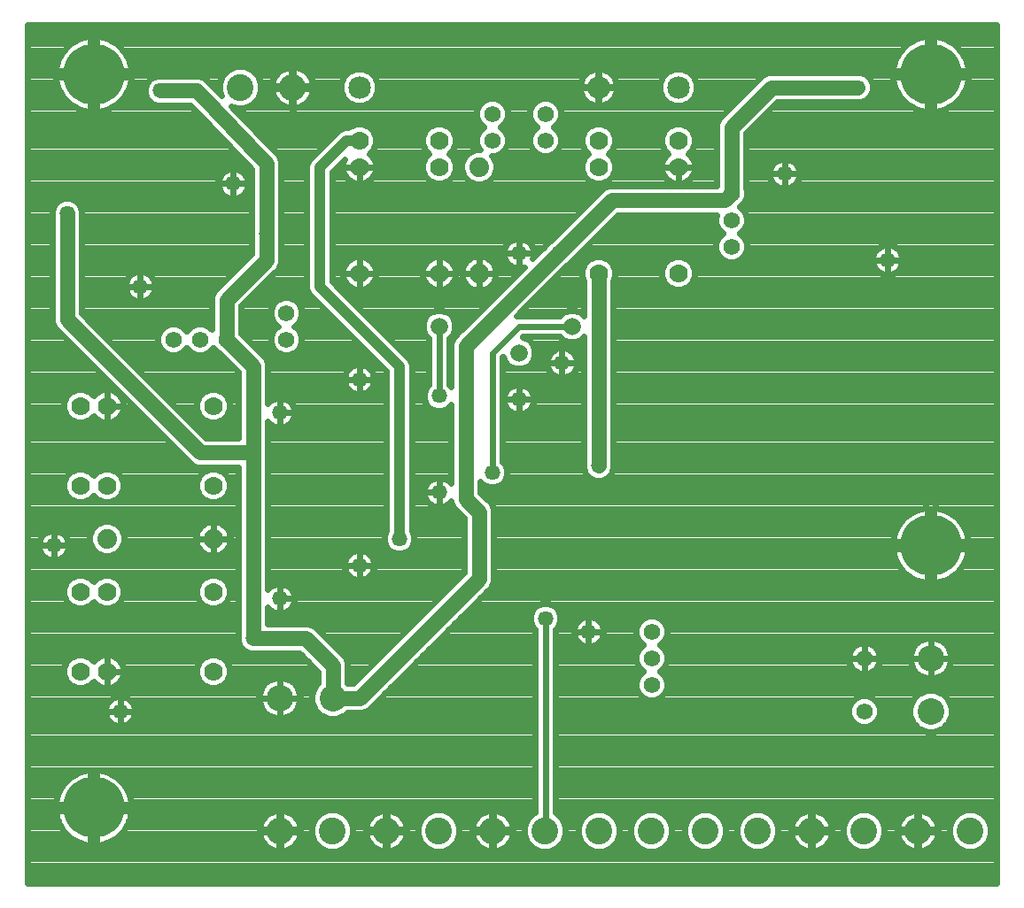
<source format=gbr>
G75*
%MOIN*%
%OFA0B0*%
%FSLAX25Y25*%
%IPPOS*%
%LPD*%
%AMOC8*
5,1,8,0,0,1.08239X$1,22.5*
%
%ADD10C,0.08500*%
%ADD11C,0.10000*%
%ADD12C,0.06200*%
%ADD13C,0.07400*%
%ADD14C,0.07000*%
%ADD15C,0.06543*%
%ADD16C,0.10079*%
%ADD17C,0.23000*%
%ADD18C,0.05756*%
%ADD19C,0.02400*%
%ADD20C,0.04000*%
%ADD21C,0.05600*%
D10*
X0132200Y0333933D03*
X0222200Y0333933D03*
X0252200Y0333933D03*
D11*
X0347200Y0118933D03*
X0347200Y0098933D03*
X0122200Y0103933D03*
X0102200Y0103933D03*
D12*
X0242200Y0108933D03*
X0242200Y0118933D03*
X0242200Y0128933D03*
X0322200Y0118933D03*
X0322200Y0098933D03*
X0272200Y0273933D03*
X0272200Y0283933D03*
X0272200Y0293933D03*
X0202200Y0313933D03*
X0202200Y0323933D03*
X0182200Y0323933D03*
X0182200Y0313933D03*
X0104700Y0248933D03*
X0104700Y0238933D03*
X0082200Y0238933D03*
X0072200Y0238933D03*
X0062200Y0238933D03*
D13*
X0077200Y0163933D03*
X0037200Y0163933D03*
X0177200Y0263933D03*
X0177200Y0303933D03*
D14*
X0162200Y0303933D03*
X0162200Y0313933D03*
X0132200Y0313933D03*
X0132200Y0303933D03*
X0132200Y0263933D03*
X0162200Y0263933D03*
X0222200Y0263933D03*
X0252200Y0263933D03*
X0252200Y0303933D03*
X0252200Y0313933D03*
X0222200Y0313933D03*
X0222200Y0303933D03*
X0077200Y0213933D03*
X0077200Y0183933D03*
X0037200Y0183933D03*
X0027200Y0183933D03*
X0027200Y0213933D03*
X0037200Y0213933D03*
X0037200Y0143933D03*
X0027200Y0143933D03*
X0027200Y0113933D03*
X0037200Y0113933D03*
X0077200Y0113933D03*
X0077200Y0143933D03*
D15*
X0162200Y0243933D03*
X0192200Y0233933D03*
X0212200Y0243933D03*
D16*
X0107043Y0333933D03*
X0087357Y0333933D03*
X0102357Y0053933D03*
X0122043Y0053933D03*
X0142357Y0053933D03*
X0162043Y0053933D03*
X0182357Y0053933D03*
X0202043Y0053933D03*
X0222357Y0053933D03*
X0242043Y0053933D03*
X0262357Y0053933D03*
X0282043Y0053933D03*
X0302357Y0053933D03*
X0322043Y0053933D03*
X0342357Y0053933D03*
X0362043Y0053933D03*
D17*
X0347200Y0161433D03*
X0347200Y0338933D03*
X0032200Y0338933D03*
X0032200Y0062683D03*
D18*
X0042200Y0098933D03*
X0092200Y0126433D03*
X0102200Y0141433D03*
X0132200Y0153933D03*
X0147200Y0163933D03*
X0162200Y0181433D03*
X0177200Y0173933D03*
X0182200Y0188933D03*
X0192200Y0216433D03*
X0208450Y0230183D03*
X0222200Y0191433D03*
X0202200Y0133933D03*
X0218450Y0128933D03*
X0162200Y0217683D03*
X0132200Y0223933D03*
X0102200Y0211433D03*
X0092200Y0196433D03*
X0049700Y0258933D03*
X0022200Y0286433D03*
X0057200Y0332683D03*
X0084700Y0297683D03*
X0097200Y0278933D03*
X0192200Y0271433D03*
X0207200Y0271433D03*
X0292200Y0301433D03*
X0319700Y0333933D03*
X0330950Y0268933D03*
X0017200Y0161433D03*
D19*
X0007400Y0034133D02*
X0007400Y0357434D01*
X0371921Y0357434D01*
X0371921Y0034133D01*
X0007400Y0034133D01*
X0007400Y0036129D02*
X0371921Y0036129D01*
X0371921Y0038527D02*
X0007400Y0038527D01*
X0007400Y0040926D02*
X0371921Y0040926D01*
X0371921Y0043324D02*
X0007400Y0043324D01*
X0007400Y0045723D02*
X0371921Y0045723D01*
X0371921Y0048121D02*
X0367176Y0048121D01*
X0366427Y0047372D02*
X0368604Y0049549D01*
X0369782Y0052394D01*
X0369782Y0055473D01*
X0368604Y0058317D01*
X0366427Y0060494D01*
X0363582Y0061672D01*
X0360503Y0061672D01*
X0357659Y0060494D01*
X0355481Y0058317D01*
X0354303Y0055473D01*
X0354303Y0052394D01*
X0355481Y0049549D01*
X0357659Y0047372D01*
X0360503Y0046194D01*
X0363582Y0046194D01*
X0366427Y0047372D01*
X0369006Y0050520D02*
X0371921Y0050520D01*
X0371921Y0052918D02*
X0369782Y0052918D01*
X0369782Y0055317D02*
X0371921Y0055317D01*
X0371921Y0057715D02*
X0368853Y0057715D01*
X0366807Y0060114D02*
X0371921Y0060114D01*
X0371921Y0062512D02*
X0206100Y0062512D01*
X0206100Y0060629D02*
X0206100Y0129945D01*
X0206929Y0130773D01*
X0207778Y0132824D01*
X0207778Y0135043D01*
X0206929Y0137093D01*
X0205360Y0138662D01*
X0203310Y0139511D01*
X0201090Y0139511D01*
X0199040Y0138662D01*
X0197471Y0137093D01*
X0196622Y0135043D01*
X0196622Y0132824D01*
X0197471Y0130773D01*
X0198300Y0129945D01*
X0198300Y0060760D01*
X0197659Y0060494D01*
X0195481Y0058317D01*
X0194303Y0055473D01*
X0194303Y0052394D01*
X0195481Y0049549D01*
X0197659Y0047372D01*
X0200503Y0046194D01*
X0203582Y0046194D01*
X0206427Y0047372D01*
X0208604Y0049549D01*
X0209782Y0052394D01*
X0209782Y0055473D01*
X0208604Y0058317D01*
X0206427Y0060494D01*
X0206100Y0060629D01*
X0206807Y0060114D02*
X0217593Y0060114D01*
X0217973Y0060494D02*
X0215796Y0058317D01*
X0214618Y0055473D01*
X0214618Y0052394D01*
X0215796Y0049549D01*
X0217973Y0047372D01*
X0220818Y0046194D01*
X0223897Y0046194D01*
X0226741Y0047372D01*
X0228919Y0049549D01*
X0230097Y0052394D01*
X0230097Y0055473D01*
X0228919Y0058317D01*
X0226741Y0060494D01*
X0223897Y0061672D01*
X0220818Y0061672D01*
X0217973Y0060494D01*
X0215547Y0057715D02*
X0208853Y0057715D01*
X0209782Y0055317D02*
X0214618Y0055317D01*
X0214618Y0052918D02*
X0209782Y0052918D01*
X0209006Y0050520D02*
X0215394Y0050520D01*
X0217224Y0048121D02*
X0207176Y0048121D01*
X0202043Y0053933D02*
X0202200Y0054091D01*
X0202200Y0133933D01*
X0207465Y0132069D02*
X0213834Y0132069D01*
X0213679Y0131857D02*
X0214195Y0132567D01*
X0214816Y0133188D01*
X0215527Y0133704D01*
X0216309Y0134102D01*
X0217144Y0134374D01*
X0218011Y0134511D01*
X0218450Y0134511D01*
X0218889Y0134511D01*
X0219756Y0134374D01*
X0220591Y0134102D01*
X0221373Y0133704D01*
X0222084Y0133188D01*
X0222705Y0132567D01*
X0223221Y0131857D01*
X0223619Y0131074D01*
X0223891Y0130239D01*
X0224028Y0129372D01*
X0224028Y0128933D01*
X0218450Y0128933D01*
X0218450Y0123355D01*
X0218889Y0123355D01*
X0219756Y0123492D01*
X0220591Y0123764D01*
X0221373Y0124162D01*
X0222084Y0124678D01*
X0222705Y0125299D01*
X0223221Y0126010D01*
X0223619Y0126792D01*
X0223891Y0127627D01*
X0224028Y0128494D01*
X0224028Y0128933D01*
X0218450Y0128933D01*
X0218450Y0128933D01*
X0218450Y0123355D01*
X0218011Y0123355D01*
X0217144Y0123492D01*
X0216309Y0123764D01*
X0215527Y0124162D01*
X0214816Y0124678D01*
X0214195Y0125299D01*
X0213679Y0126010D01*
X0213281Y0126792D01*
X0213009Y0127627D01*
X0212872Y0128494D01*
X0212872Y0128933D01*
X0218450Y0128933D01*
X0218450Y0128933D01*
X0218450Y0128933D01*
X0212872Y0128933D01*
X0212872Y0129372D01*
X0213009Y0130239D01*
X0213281Y0131074D01*
X0213679Y0131857D01*
X0212919Y0129671D02*
X0206100Y0129671D01*
X0206100Y0127272D02*
X0213125Y0127272D01*
X0214621Y0124874D02*
X0206100Y0124874D01*
X0206100Y0122475D02*
X0237540Y0122475D01*
X0237283Y0122219D02*
X0236400Y0120087D01*
X0236400Y0117779D01*
X0237283Y0115648D01*
X0238915Y0114016D01*
X0239115Y0113933D01*
X0238915Y0113850D01*
X0237283Y0112219D01*
X0236400Y0110087D01*
X0236400Y0107779D01*
X0237283Y0105648D01*
X0238915Y0104016D01*
X0241046Y0103133D01*
X0243354Y0103133D01*
X0245485Y0104016D01*
X0247117Y0105648D01*
X0248000Y0107779D01*
X0248000Y0110087D01*
X0247117Y0112219D01*
X0245485Y0113850D01*
X0245285Y0113933D01*
X0245485Y0114016D01*
X0247117Y0115648D01*
X0248000Y0117779D01*
X0248000Y0120087D01*
X0247117Y0122219D01*
X0245485Y0123850D01*
X0245285Y0123933D01*
X0245485Y0124016D01*
X0247117Y0125648D01*
X0248000Y0127779D01*
X0248000Y0130087D01*
X0247117Y0132219D01*
X0245485Y0133850D01*
X0243354Y0134733D01*
X0241046Y0134733D01*
X0238915Y0133850D01*
X0237283Y0132219D01*
X0236400Y0130087D01*
X0236400Y0127779D01*
X0237283Y0125648D01*
X0238915Y0124016D01*
X0239115Y0123933D01*
X0238915Y0123850D01*
X0237283Y0122219D01*
X0236400Y0120077D02*
X0206100Y0120077D01*
X0206100Y0117678D02*
X0236442Y0117678D01*
X0237651Y0115279D02*
X0206100Y0115279D01*
X0206100Y0112881D02*
X0237945Y0112881D01*
X0236564Y0110482D02*
X0206100Y0110482D01*
X0206100Y0108084D02*
X0236400Y0108084D01*
X0237267Y0105685D02*
X0206100Y0105685D01*
X0206100Y0103287D02*
X0240675Y0103287D01*
X0243725Y0103287D02*
X0318351Y0103287D01*
X0318915Y0103850D02*
X0317283Y0102219D01*
X0316400Y0100087D01*
X0316400Y0097779D01*
X0317283Y0095648D01*
X0318915Y0094016D01*
X0321046Y0093133D01*
X0323354Y0093133D01*
X0325485Y0094016D01*
X0327117Y0095648D01*
X0328000Y0097779D01*
X0328000Y0100087D01*
X0327117Y0102219D01*
X0325485Y0103850D01*
X0323354Y0104733D01*
X0321046Y0104733D01*
X0318915Y0103850D01*
X0316732Y0100888D02*
X0206100Y0100888D01*
X0206100Y0098490D02*
X0316400Y0098490D01*
X0317099Y0096091D02*
X0206100Y0096091D01*
X0206100Y0093693D02*
X0319695Y0093693D01*
X0324705Y0093693D02*
X0341551Y0093693D01*
X0340672Y0094571D02*
X0342838Y0092405D01*
X0345668Y0091233D01*
X0348732Y0091233D01*
X0351562Y0092405D01*
X0353728Y0094571D01*
X0354900Y0097401D01*
X0354900Y0100465D01*
X0353728Y0103295D01*
X0351562Y0105461D01*
X0348732Y0106633D01*
X0345668Y0106633D01*
X0342838Y0105461D01*
X0340672Y0103295D01*
X0339500Y0100465D01*
X0339500Y0097401D01*
X0340672Y0094571D01*
X0340043Y0096091D02*
X0327301Y0096091D01*
X0328000Y0098490D02*
X0339500Y0098490D01*
X0339676Y0100888D02*
X0327668Y0100888D01*
X0326049Y0103287D02*
X0340669Y0103287D01*
X0343381Y0105685D02*
X0247133Y0105685D01*
X0248000Y0108084D02*
X0371921Y0108084D01*
X0371921Y0110482D02*
X0247836Y0110482D01*
X0246455Y0112881D02*
X0342439Y0112881D01*
X0342112Y0113131D02*
X0342913Y0112517D01*
X0343787Y0112012D01*
X0344720Y0111626D01*
X0345695Y0111365D01*
X0346695Y0111233D01*
X0347200Y0111233D01*
X0347705Y0111233D01*
X0348705Y0111365D01*
X0349680Y0111626D01*
X0350613Y0112012D01*
X0351487Y0112517D01*
X0352288Y0113131D01*
X0353002Y0113845D01*
X0353616Y0114646D01*
X0354121Y0115520D01*
X0354507Y0116453D01*
X0354768Y0117428D01*
X0354900Y0118428D01*
X0354900Y0118933D01*
X0347200Y0118933D01*
X0347200Y0111233D01*
X0347200Y0118933D01*
X0347200Y0118933D01*
X0347200Y0118933D01*
X0339500Y0118933D01*
X0339500Y0118428D01*
X0339632Y0117428D01*
X0339893Y0116453D01*
X0340279Y0115520D01*
X0340784Y0114646D01*
X0341398Y0113845D01*
X0342112Y0113131D01*
X0340418Y0115279D02*
X0326715Y0115279D01*
X0326624Y0115155D02*
X0327161Y0115893D01*
X0327575Y0116707D01*
X0327857Y0117575D01*
X0328000Y0118477D01*
X0328000Y0118933D01*
X0322200Y0118933D01*
X0322200Y0113133D01*
X0322656Y0113133D01*
X0323558Y0113276D01*
X0324426Y0113558D01*
X0325240Y0113972D01*
X0325978Y0114509D01*
X0326624Y0115155D01*
X0327873Y0117678D02*
X0339599Y0117678D01*
X0339500Y0118933D02*
X0347200Y0118933D01*
X0347200Y0118933D01*
X0354900Y0118933D01*
X0354900Y0119438D01*
X0354768Y0120438D01*
X0354507Y0121413D01*
X0354121Y0122346D01*
X0353616Y0123220D01*
X0353002Y0124021D01*
X0352288Y0124735D01*
X0351487Y0125349D01*
X0350613Y0125854D01*
X0349680Y0126240D01*
X0348705Y0126501D01*
X0347705Y0126633D01*
X0347200Y0126633D01*
X0347200Y0118933D01*
X0347200Y0118933D01*
X0347200Y0126633D01*
X0346695Y0126633D01*
X0345695Y0126501D01*
X0344720Y0126240D01*
X0343787Y0125854D01*
X0342913Y0125349D01*
X0342112Y0124735D01*
X0341398Y0124021D01*
X0340784Y0123220D01*
X0340279Y0122346D01*
X0339893Y0121413D01*
X0339632Y0120438D01*
X0339500Y0119438D01*
X0339500Y0118933D01*
X0339584Y0120077D02*
X0327891Y0120077D01*
X0327857Y0120291D02*
X0327575Y0121159D01*
X0327161Y0121973D01*
X0326624Y0122712D01*
X0325978Y0123357D01*
X0325240Y0123894D01*
X0324426Y0124308D01*
X0323558Y0124590D01*
X0322656Y0124733D01*
X0322200Y0124733D01*
X0322200Y0118933D01*
X0322200Y0118933D01*
X0322200Y0113133D01*
X0321744Y0113133D01*
X0320842Y0113276D01*
X0319974Y0113558D01*
X0319160Y0113972D01*
X0318422Y0114509D01*
X0317776Y0115155D01*
X0317239Y0115893D01*
X0316825Y0116707D01*
X0316543Y0117575D01*
X0316400Y0118477D01*
X0316400Y0118933D01*
X0322200Y0118933D01*
X0322200Y0118933D01*
X0322200Y0118933D01*
X0316400Y0118933D01*
X0316400Y0119390D01*
X0316543Y0120291D01*
X0316825Y0121159D01*
X0317239Y0121973D01*
X0317776Y0122712D01*
X0318422Y0123357D01*
X0319160Y0123894D01*
X0319974Y0124308D01*
X0320842Y0124590D01*
X0321744Y0124733D01*
X0322200Y0124733D01*
X0322200Y0118933D01*
X0328000Y0118933D01*
X0328000Y0119390D01*
X0327857Y0120291D01*
X0326796Y0122475D02*
X0340354Y0122475D01*
X0342293Y0124874D02*
X0246343Y0124874D01*
X0246860Y0122475D02*
X0317604Y0122475D01*
X0316509Y0120077D02*
X0248000Y0120077D01*
X0247958Y0117678D02*
X0316526Y0117678D01*
X0317685Y0115279D02*
X0246749Y0115279D01*
X0247790Y0127272D02*
X0371921Y0127272D01*
X0371921Y0124874D02*
X0352107Y0124874D01*
X0354046Y0122475D02*
X0371921Y0122475D01*
X0371921Y0120077D02*
X0354816Y0120077D01*
X0354801Y0117678D02*
X0371921Y0117678D01*
X0371921Y0115279D02*
X0353982Y0115279D01*
X0351961Y0112881D02*
X0371921Y0112881D01*
X0371921Y0105685D02*
X0351019Y0105685D01*
X0353731Y0103287D02*
X0371921Y0103287D01*
X0371921Y0100888D02*
X0354724Y0100888D01*
X0354900Y0098490D02*
X0371921Y0098490D01*
X0371921Y0096091D02*
X0354357Y0096091D01*
X0352849Y0093693D02*
X0371921Y0093693D01*
X0371921Y0091294D02*
X0348880Y0091294D01*
X0345520Y0091294D02*
X0206100Y0091294D01*
X0206100Y0088896D02*
X0371921Y0088896D01*
X0371921Y0086497D02*
X0206100Y0086497D01*
X0206100Y0084099D02*
X0371921Y0084099D01*
X0371921Y0081700D02*
X0206100Y0081700D01*
X0206100Y0079302D02*
X0371921Y0079302D01*
X0371921Y0076903D02*
X0206100Y0076903D01*
X0206100Y0074505D02*
X0371921Y0074505D01*
X0371921Y0072106D02*
X0206100Y0072106D01*
X0206100Y0069708D02*
X0371921Y0069708D01*
X0371921Y0067309D02*
X0206100Y0067309D01*
X0206100Y0064911D02*
X0371921Y0064911D01*
X0357278Y0060114D02*
X0347016Y0060114D01*
X0346666Y0060382D02*
X0345788Y0060889D01*
X0344851Y0061277D01*
X0343871Y0061540D01*
X0342865Y0061672D01*
X0342732Y0061672D01*
X0342732Y0054308D01*
X0341983Y0054308D01*
X0341983Y0061672D01*
X0341850Y0061672D01*
X0340844Y0061540D01*
X0339864Y0061277D01*
X0338927Y0060889D01*
X0338048Y0060382D01*
X0337244Y0059764D01*
X0336526Y0059047D01*
X0335909Y0058242D01*
X0335401Y0057363D01*
X0335013Y0056426D01*
X0334751Y0055446D01*
X0334618Y0054440D01*
X0334618Y0054308D01*
X0341983Y0054308D01*
X0341983Y0053558D01*
X0342732Y0053558D01*
X0342732Y0046194D01*
X0342865Y0046194D01*
X0343871Y0046326D01*
X0344851Y0046589D01*
X0345788Y0046977D01*
X0346666Y0047484D01*
X0347471Y0048102D01*
X0348189Y0048819D01*
X0348806Y0049624D01*
X0349314Y0050503D01*
X0349702Y0051440D01*
X0349964Y0052420D01*
X0350097Y0053426D01*
X0350097Y0053558D01*
X0342732Y0053558D01*
X0342732Y0054308D01*
X0350097Y0054308D01*
X0350097Y0054440D01*
X0349964Y0055446D01*
X0349702Y0056426D01*
X0349314Y0057363D01*
X0348806Y0058242D01*
X0348189Y0059047D01*
X0347471Y0059764D01*
X0346666Y0060382D01*
X0349111Y0057715D02*
X0355232Y0057715D01*
X0354303Y0055317D02*
X0349981Y0055317D01*
X0350030Y0052918D02*
X0354303Y0052918D01*
X0355079Y0050520D02*
X0349321Y0050520D01*
X0347491Y0048121D02*
X0356909Y0048121D01*
X0342732Y0048121D02*
X0341983Y0048121D01*
X0341983Y0046194D02*
X0341983Y0053558D01*
X0334618Y0053558D01*
X0334618Y0053426D01*
X0334751Y0052420D01*
X0335013Y0051440D01*
X0335401Y0050503D01*
X0335909Y0049624D01*
X0336526Y0048819D01*
X0337244Y0048102D01*
X0338048Y0047484D01*
X0338927Y0046977D01*
X0339864Y0046589D01*
X0340844Y0046326D01*
X0341850Y0046194D01*
X0341983Y0046194D01*
X0341983Y0050520D02*
X0342732Y0050520D01*
X0342732Y0052918D02*
X0341983Y0052918D01*
X0341983Y0055317D02*
X0342732Y0055317D01*
X0342732Y0057715D02*
X0341983Y0057715D01*
X0341983Y0060114D02*
X0342732Y0060114D01*
X0337699Y0060114D02*
X0326807Y0060114D01*
X0326427Y0060494D02*
X0323582Y0061672D01*
X0320503Y0061672D01*
X0317659Y0060494D01*
X0315481Y0058317D01*
X0314303Y0055473D01*
X0314303Y0052394D01*
X0315481Y0049549D01*
X0317659Y0047372D01*
X0320503Y0046194D01*
X0323582Y0046194D01*
X0326427Y0047372D01*
X0328604Y0049549D01*
X0329782Y0052394D01*
X0329782Y0055473D01*
X0328604Y0058317D01*
X0326427Y0060494D01*
X0328853Y0057715D02*
X0335604Y0057715D01*
X0334733Y0055317D02*
X0329782Y0055317D01*
X0329782Y0052918D02*
X0334685Y0052918D01*
X0335394Y0050520D02*
X0329006Y0050520D01*
X0327176Y0048121D02*
X0337224Y0048121D01*
X0316909Y0048121D02*
X0307491Y0048121D01*
X0307471Y0048102D02*
X0308189Y0048819D01*
X0308806Y0049624D01*
X0309314Y0050503D01*
X0309702Y0051440D01*
X0309964Y0052420D01*
X0310097Y0053426D01*
X0310097Y0053558D01*
X0302732Y0053558D01*
X0302732Y0046194D01*
X0302865Y0046194D01*
X0303871Y0046326D01*
X0304851Y0046589D01*
X0305788Y0046977D01*
X0306666Y0047484D01*
X0307471Y0048102D01*
X0309321Y0050520D02*
X0315079Y0050520D01*
X0314303Y0052918D02*
X0310030Y0052918D01*
X0310097Y0054308D02*
X0310097Y0054440D01*
X0309964Y0055446D01*
X0309702Y0056426D01*
X0309314Y0057363D01*
X0308806Y0058242D01*
X0308189Y0059047D01*
X0307471Y0059764D01*
X0306666Y0060382D01*
X0305788Y0060889D01*
X0304851Y0061277D01*
X0303871Y0061540D01*
X0302865Y0061672D01*
X0302732Y0061672D01*
X0302732Y0054308D01*
X0301983Y0054308D01*
X0301983Y0061672D01*
X0301850Y0061672D01*
X0300844Y0061540D01*
X0299864Y0061277D01*
X0298927Y0060889D01*
X0298048Y0060382D01*
X0297244Y0059764D01*
X0296526Y0059047D01*
X0295909Y0058242D01*
X0295401Y0057363D01*
X0295013Y0056426D01*
X0294751Y0055446D01*
X0294618Y0054440D01*
X0294618Y0054308D01*
X0301983Y0054308D01*
X0301983Y0053558D01*
X0302732Y0053558D01*
X0302732Y0054308D01*
X0310097Y0054308D01*
X0309981Y0055317D02*
X0314303Y0055317D01*
X0315232Y0057715D02*
X0309111Y0057715D01*
X0307016Y0060114D02*
X0317278Y0060114D01*
X0302732Y0060114D02*
X0301983Y0060114D01*
X0301983Y0057715D02*
X0302732Y0057715D01*
X0302732Y0055317D02*
X0301983Y0055317D01*
X0301983Y0053558D02*
X0294618Y0053558D01*
X0294618Y0053426D01*
X0294751Y0052420D01*
X0295013Y0051440D01*
X0295401Y0050503D01*
X0295909Y0049624D01*
X0296526Y0048819D01*
X0297244Y0048102D01*
X0298048Y0047484D01*
X0298927Y0046977D01*
X0299864Y0046589D01*
X0300844Y0046326D01*
X0301850Y0046194D01*
X0301983Y0046194D01*
X0301983Y0053558D01*
X0301983Y0052918D02*
X0302732Y0052918D01*
X0302732Y0050520D02*
X0301983Y0050520D01*
X0301983Y0048121D02*
X0302732Y0048121D01*
X0297224Y0048121D02*
X0287176Y0048121D01*
X0286427Y0047372D02*
X0283582Y0046194D01*
X0280503Y0046194D01*
X0277659Y0047372D01*
X0275481Y0049549D01*
X0274303Y0052394D01*
X0274303Y0055473D01*
X0275481Y0058317D01*
X0277659Y0060494D01*
X0280503Y0061672D01*
X0283582Y0061672D01*
X0286427Y0060494D01*
X0288604Y0058317D01*
X0289782Y0055473D01*
X0289782Y0052394D01*
X0288604Y0049549D01*
X0286427Y0047372D01*
X0289006Y0050520D02*
X0295394Y0050520D01*
X0294685Y0052918D02*
X0289782Y0052918D01*
X0289782Y0055317D02*
X0294733Y0055317D01*
X0295604Y0057715D02*
X0288853Y0057715D01*
X0286807Y0060114D02*
X0297699Y0060114D01*
X0277278Y0060114D02*
X0267122Y0060114D01*
X0266741Y0060494D02*
X0263897Y0061672D01*
X0260818Y0061672D01*
X0257973Y0060494D01*
X0255796Y0058317D01*
X0254618Y0055473D01*
X0254618Y0052394D01*
X0255796Y0049549D01*
X0257973Y0047372D01*
X0260818Y0046194D01*
X0263897Y0046194D01*
X0266741Y0047372D01*
X0268919Y0049549D01*
X0270097Y0052394D01*
X0270097Y0055473D01*
X0268919Y0058317D01*
X0266741Y0060494D01*
X0269168Y0057715D02*
X0275232Y0057715D01*
X0274303Y0055317D02*
X0270097Y0055317D01*
X0270097Y0052918D02*
X0274303Y0052918D01*
X0275079Y0050520D02*
X0269321Y0050520D01*
X0267491Y0048121D02*
X0276909Y0048121D01*
X0257224Y0048121D02*
X0247176Y0048121D01*
X0246427Y0047372D02*
X0248604Y0049549D01*
X0249782Y0052394D01*
X0249782Y0055473D01*
X0248604Y0058317D01*
X0246427Y0060494D01*
X0243582Y0061672D01*
X0240503Y0061672D01*
X0237659Y0060494D01*
X0235481Y0058317D01*
X0234303Y0055473D01*
X0234303Y0052394D01*
X0235481Y0049549D01*
X0237659Y0047372D01*
X0240503Y0046194D01*
X0243582Y0046194D01*
X0246427Y0047372D01*
X0249006Y0050520D02*
X0255394Y0050520D01*
X0254618Y0052918D02*
X0249782Y0052918D01*
X0249782Y0055317D02*
X0254618Y0055317D01*
X0255547Y0057715D02*
X0248853Y0057715D01*
X0246807Y0060114D02*
X0257593Y0060114D01*
X0237278Y0060114D02*
X0227122Y0060114D01*
X0229168Y0057715D02*
X0235232Y0057715D01*
X0234303Y0055317D02*
X0230097Y0055317D01*
X0230097Y0052918D02*
X0234303Y0052918D01*
X0235079Y0050520D02*
X0229321Y0050520D01*
X0227491Y0048121D02*
X0236909Y0048121D01*
X0198300Y0062512D02*
X0033400Y0062512D01*
X0033400Y0061483D02*
X0033400Y0063883D01*
X0046351Y0063883D01*
X0046263Y0064769D01*
X0045991Y0066138D01*
X0045586Y0067473D01*
X0045052Y0068762D01*
X0044394Y0069992D01*
X0043619Y0071152D01*
X0042734Y0072231D01*
X0041748Y0073217D01*
X0040669Y0074102D01*
X0039509Y0074877D01*
X0038279Y0075535D01*
X0036990Y0076069D01*
X0035654Y0076474D01*
X0034286Y0076746D01*
X0033400Y0076834D01*
X0033400Y0063883D01*
X0031000Y0063883D01*
X0031000Y0061483D01*
X0033400Y0061483D01*
X0033400Y0048533D01*
X0034286Y0048620D01*
X0035654Y0048892D01*
X0036990Y0049297D01*
X0038279Y0049831D01*
X0039509Y0050489D01*
X0040669Y0051264D01*
X0041748Y0052149D01*
X0042734Y0053135D01*
X0043619Y0054214D01*
X0044394Y0055374D01*
X0045052Y0056604D01*
X0045586Y0057893D01*
X0045991Y0059229D01*
X0046263Y0060597D01*
X0046351Y0061483D01*
X0033400Y0061483D01*
X0033400Y0060114D02*
X0031000Y0060114D01*
X0031000Y0061483D02*
X0031000Y0048533D01*
X0030114Y0048620D01*
X0028746Y0048892D01*
X0027410Y0049297D01*
X0026121Y0049831D01*
X0024891Y0050489D01*
X0023731Y0051264D01*
X0022652Y0052149D01*
X0021666Y0053135D01*
X0020781Y0054214D01*
X0020006Y0055374D01*
X0019348Y0056604D01*
X0018814Y0057893D01*
X0018409Y0059229D01*
X0018137Y0060597D01*
X0018049Y0061483D01*
X0031000Y0061483D01*
X0031000Y0062512D02*
X0007400Y0062512D01*
X0007400Y0060114D02*
X0018233Y0060114D01*
X0018888Y0057715D02*
X0007400Y0057715D01*
X0007400Y0055317D02*
X0020044Y0055317D01*
X0021883Y0052918D02*
X0007400Y0052918D01*
X0007400Y0050520D02*
X0024844Y0050520D01*
X0031000Y0050520D02*
X0033400Y0050520D01*
X0033400Y0052918D02*
X0031000Y0052918D01*
X0031000Y0055317D02*
X0033400Y0055317D01*
X0033400Y0057715D02*
X0031000Y0057715D01*
X0031000Y0063883D02*
X0018049Y0063883D01*
X0018137Y0064769D01*
X0018409Y0066138D01*
X0018814Y0067473D01*
X0019348Y0068762D01*
X0020006Y0069992D01*
X0020781Y0071152D01*
X0021666Y0072231D01*
X0022652Y0073217D01*
X0023731Y0074102D01*
X0024891Y0074877D01*
X0026121Y0075535D01*
X0027410Y0076069D01*
X0028746Y0076474D01*
X0030114Y0076746D01*
X0031000Y0076834D01*
X0031000Y0063883D01*
X0031000Y0064911D02*
X0033400Y0064911D01*
X0033400Y0067309D02*
X0031000Y0067309D01*
X0031000Y0069708D02*
X0033400Y0069708D01*
X0033400Y0072106D02*
X0031000Y0072106D01*
X0031000Y0074505D02*
X0033400Y0074505D01*
X0040067Y0074505D02*
X0198300Y0074505D01*
X0198300Y0076903D02*
X0007400Y0076903D01*
X0007400Y0074505D02*
X0024333Y0074505D01*
X0021564Y0072106D02*
X0007400Y0072106D01*
X0007400Y0069708D02*
X0019854Y0069708D01*
X0018764Y0067309D02*
X0007400Y0067309D01*
X0007400Y0064911D02*
X0018165Y0064911D01*
X0007400Y0079302D02*
X0198300Y0079302D01*
X0198300Y0081700D02*
X0007400Y0081700D01*
X0007400Y0084099D02*
X0198300Y0084099D01*
X0198300Y0086497D02*
X0007400Y0086497D01*
X0007400Y0088896D02*
X0198300Y0088896D01*
X0198300Y0091294D02*
X0007400Y0091294D01*
X0007400Y0093693D02*
X0040277Y0093693D01*
X0040059Y0093764D02*
X0040894Y0093492D01*
X0041761Y0093355D01*
X0042200Y0093355D01*
X0042639Y0093355D01*
X0043506Y0093492D01*
X0044341Y0093764D01*
X0045123Y0094162D01*
X0045834Y0094678D01*
X0046455Y0095299D01*
X0046971Y0096010D01*
X0047369Y0096792D01*
X0047641Y0097627D01*
X0047778Y0098494D01*
X0047778Y0098933D01*
X0042200Y0098933D01*
X0042200Y0093355D01*
X0042200Y0098933D01*
X0042200Y0098933D01*
X0042200Y0098933D01*
X0036622Y0098933D01*
X0036622Y0098494D01*
X0036759Y0097627D01*
X0037031Y0096792D01*
X0037429Y0096010D01*
X0037945Y0095299D01*
X0038566Y0094678D01*
X0039277Y0094162D01*
X0040059Y0093764D01*
X0042200Y0093693D02*
X0042200Y0093693D01*
X0044123Y0093693D02*
X0198300Y0093693D01*
X0198300Y0096091D02*
X0047012Y0096091D01*
X0047777Y0098490D02*
X0096754Y0098490D01*
X0096398Y0098845D02*
X0097112Y0098131D01*
X0097913Y0097517D01*
X0098787Y0097012D01*
X0099720Y0096626D01*
X0100695Y0096365D01*
X0101695Y0096233D01*
X0102200Y0096233D01*
X0102705Y0096233D01*
X0103705Y0096365D01*
X0104680Y0096626D01*
X0105613Y0097012D01*
X0106487Y0097517D01*
X0107288Y0098131D01*
X0108002Y0098845D01*
X0108616Y0099646D01*
X0109121Y0100520D01*
X0109507Y0101453D01*
X0109768Y0102428D01*
X0109900Y0103428D01*
X0109900Y0103933D01*
X0102200Y0103933D01*
X0102200Y0096233D01*
X0102200Y0103933D01*
X0102200Y0103933D01*
X0102200Y0103933D01*
X0094500Y0103933D01*
X0094500Y0103428D01*
X0094632Y0102428D01*
X0094893Y0101453D01*
X0095279Y0100520D01*
X0095784Y0099646D01*
X0096398Y0098845D01*
X0095127Y0100888D02*
X0047430Y0100888D01*
X0047369Y0101074D02*
X0046971Y0101857D01*
X0046455Y0102567D01*
X0045834Y0103188D01*
X0045123Y0103704D01*
X0044341Y0104102D01*
X0043506Y0104374D01*
X0042639Y0104511D01*
X0042200Y0104511D01*
X0042200Y0098933D01*
X0042200Y0098933D01*
X0047778Y0098933D01*
X0047778Y0099372D01*
X0047641Y0100239D01*
X0047369Y0101074D01*
X0045697Y0103287D02*
X0094519Y0103287D01*
X0094500Y0103933D02*
X0102200Y0103933D01*
X0102200Y0103933D01*
X0109900Y0103933D01*
X0109900Y0104438D01*
X0109768Y0105438D01*
X0109507Y0106413D01*
X0109121Y0107346D01*
X0108616Y0108220D01*
X0108002Y0109021D01*
X0107288Y0109735D01*
X0106487Y0110349D01*
X0105613Y0110854D01*
X0104680Y0111240D01*
X0103705Y0111501D01*
X0102705Y0111633D01*
X0102200Y0111633D01*
X0102200Y0103933D01*
X0102200Y0103933D01*
X0102200Y0111633D01*
X0101695Y0111633D01*
X0100695Y0111501D01*
X0099720Y0111240D01*
X0098787Y0110854D01*
X0097913Y0110349D01*
X0097112Y0109735D01*
X0096398Y0109021D01*
X0095784Y0108220D01*
X0095279Y0107346D01*
X0094893Y0106413D01*
X0094632Y0105438D01*
X0094500Y0104438D01*
X0094500Y0103933D01*
X0094698Y0105685D02*
X0007400Y0105685D01*
X0007400Y0103287D02*
X0038703Y0103287D01*
X0038566Y0103188D02*
X0037945Y0102567D01*
X0037429Y0101857D01*
X0037031Y0101074D01*
X0036759Y0100239D01*
X0036622Y0099372D01*
X0036622Y0098933D01*
X0042200Y0098933D01*
X0042200Y0098933D01*
X0042200Y0104511D01*
X0041761Y0104511D01*
X0040894Y0104374D01*
X0040059Y0104102D01*
X0039277Y0103704D01*
X0038566Y0103188D01*
X0036970Y0100888D02*
X0007400Y0100888D01*
X0007400Y0098490D02*
X0036623Y0098490D01*
X0037388Y0096091D02*
X0007400Y0096091D01*
X0007400Y0108084D02*
X0025120Y0108084D01*
X0025967Y0107733D02*
X0028433Y0107733D01*
X0030712Y0108677D01*
X0032243Y0110208D01*
X0032471Y0109894D01*
X0033161Y0109204D01*
X0033950Y0108630D01*
X0034820Y0108187D01*
X0035748Y0107886D01*
X0036712Y0107733D01*
X0037200Y0107733D01*
X0037688Y0107733D01*
X0038652Y0107886D01*
X0039580Y0108187D01*
X0040450Y0108630D01*
X0041239Y0109204D01*
X0041929Y0109894D01*
X0042503Y0110684D01*
X0042946Y0111553D01*
X0043247Y0112481D01*
X0043400Y0113445D01*
X0043400Y0113933D01*
X0037200Y0113933D01*
X0037200Y0107733D01*
X0037200Y0113933D01*
X0037200Y0113933D01*
X0037200Y0113933D01*
X0043400Y0113933D01*
X0043400Y0114421D01*
X0043247Y0115385D01*
X0042946Y0116313D01*
X0042503Y0117183D01*
X0041929Y0117972D01*
X0041239Y0118662D01*
X0040450Y0119236D01*
X0039580Y0119679D01*
X0038652Y0119980D01*
X0037688Y0120133D01*
X0037200Y0120133D01*
X0037200Y0113933D01*
X0037200Y0113933D01*
X0037200Y0120133D01*
X0036712Y0120133D01*
X0035748Y0119980D01*
X0034820Y0119679D01*
X0033950Y0119236D01*
X0033161Y0118662D01*
X0032471Y0117972D01*
X0032243Y0117658D01*
X0030712Y0119189D01*
X0028433Y0120133D01*
X0025967Y0120133D01*
X0023688Y0119189D01*
X0021944Y0117445D01*
X0021000Y0115166D01*
X0021000Y0112700D01*
X0021944Y0110421D01*
X0023688Y0108677D01*
X0025967Y0107733D01*
X0029280Y0108084D02*
X0035138Y0108084D01*
X0037200Y0108084D02*
X0037200Y0108084D01*
X0039262Y0108084D02*
X0075120Y0108084D01*
X0075967Y0107733D02*
X0078433Y0107733D01*
X0080712Y0108677D01*
X0082456Y0110421D01*
X0083400Y0112700D01*
X0083400Y0115166D01*
X0082456Y0117445D01*
X0080712Y0119189D01*
X0078433Y0120133D01*
X0075967Y0120133D01*
X0073688Y0119189D01*
X0071944Y0117445D01*
X0071000Y0115166D01*
X0071000Y0112700D01*
X0071944Y0110421D01*
X0073688Y0108677D01*
X0075967Y0107733D01*
X0079280Y0108084D02*
X0095705Y0108084D01*
X0098144Y0110482D02*
X0082482Y0110482D01*
X0083400Y0112881D02*
X0116700Y0112881D01*
X0116700Y0113919D02*
X0116700Y0109322D01*
X0115672Y0108295D01*
X0114500Y0105465D01*
X0114500Y0102401D01*
X0115672Y0099571D01*
X0117838Y0097405D01*
X0120668Y0096233D01*
X0123732Y0096233D01*
X0126562Y0097405D01*
X0127589Y0098433D01*
X0133294Y0098433D01*
X0135315Y0099270D01*
X0180315Y0144270D01*
X0181863Y0145818D01*
X0182700Y0147839D01*
X0182700Y0172635D01*
X0182778Y0172824D01*
X0182778Y0175043D01*
X0181929Y0177093D01*
X0180360Y0178662D01*
X0180171Y0178740D01*
X0177700Y0181211D01*
X0177700Y0185545D01*
X0179040Y0184204D01*
X0181090Y0183355D01*
X0183310Y0183355D01*
X0185360Y0184204D01*
X0186929Y0185773D01*
X0187778Y0187824D01*
X0187778Y0190043D01*
X0186929Y0192093D01*
X0186100Y0192921D01*
X0186100Y0232318D01*
X0186316Y0232534D01*
X0187137Y0230550D01*
X0188817Y0228871D01*
X0191012Y0227961D01*
X0193388Y0227961D01*
X0195583Y0228871D01*
X0197263Y0230550D01*
X0198172Y0232745D01*
X0198172Y0235121D01*
X0197263Y0237316D01*
X0195583Y0238996D01*
X0193599Y0239817D01*
X0193815Y0240033D01*
X0207655Y0240033D01*
X0208817Y0238871D01*
X0211012Y0237961D01*
X0213388Y0237961D01*
X0215583Y0238871D01*
X0216700Y0239988D01*
X0216700Y0192731D01*
X0216622Y0192543D01*
X0216622Y0190324D01*
X0217471Y0188273D01*
X0219040Y0186704D01*
X0221090Y0185855D01*
X0223310Y0185855D01*
X0225360Y0186704D01*
X0226929Y0188273D01*
X0227778Y0190324D01*
X0227778Y0192543D01*
X0227700Y0192731D01*
X0227700Y0261010D01*
X0228400Y0262700D01*
X0228400Y0265166D01*
X0227456Y0267445D01*
X0225712Y0269189D01*
X0223433Y0270133D01*
X0220967Y0270133D01*
X0218688Y0269189D01*
X0216944Y0267445D01*
X0216000Y0265166D01*
X0216000Y0262700D01*
X0216700Y0261010D01*
X0216700Y0247878D01*
X0215583Y0248996D01*
X0213388Y0249905D01*
X0211012Y0249905D01*
X0208817Y0248996D01*
X0207655Y0247833D01*
X0191424Y0247833D01*
X0191346Y0247800D01*
X0210171Y0266626D01*
X0210360Y0266704D01*
X0211929Y0268273D01*
X0212007Y0268462D01*
X0229478Y0285933D01*
X0266751Y0285933D01*
X0266400Y0285087D01*
X0266400Y0282779D01*
X0267283Y0280648D01*
X0268915Y0279016D01*
X0269115Y0278933D01*
X0268915Y0278850D01*
X0267283Y0277219D01*
X0266400Y0275087D01*
X0266400Y0272779D01*
X0267283Y0270648D01*
X0268915Y0269016D01*
X0271046Y0268133D01*
X0273354Y0268133D01*
X0275485Y0269016D01*
X0277117Y0270648D01*
X0278000Y0272779D01*
X0278000Y0275087D01*
X0277117Y0277219D01*
X0275485Y0278850D01*
X0275285Y0278933D01*
X0275485Y0279016D01*
X0277117Y0280648D01*
X0278000Y0282779D01*
X0278000Y0285087D01*
X0277117Y0287219D01*
X0275485Y0288850D01*
X0275285Y0288933D01*
X0275485Y0289016D01*
X0277117Y0290648D01*
X0278000Y0292779D01*
X0278000Y0295087D01*
X0277700Y0295811D01*
X0277700Y0316655D01*
X0289478Y0328433D01*
X0318402Y0328433D01*
X0318590Y0328355D01*
X0320810Y0328355D01*
X0322860Y0329204D01*
X0324429Y0330773D01*
X0325278Y0332824D01*
X0325278Y0335043D01*
X0324429Y0337093D01*
X0322860Y0338662D01*
X0320810Y0339511D01*
X0318590Y0339511D01*
X0318402Y0339433D01*
X0286106Y0339433D01*
X0284084Y0338596D01*
X0282537Y0337049D01*
X0267537Y0322049D01*
X0266700Y0320027D01*
X0266700Y0296933D01*
X0226106Y0296933D01*
X0224084Y0296096D01*
X0222537Y0294549D01*
X0204229Y0276240D01*
X0204040Y0276162D01*
X0202471Y0274593D01*
X0202393Y0274405D01*
X0197412Y0269423D01*
X0197641Y0270127D01*
X0197778Y0270994D01*
X0197778Y0271433D01*
X0192200Y0271433D01*
X0192200Y0265855D01*
X0192639Y0265855D01*
X0193506Y0265992D01*
X0194210Y0266221D01*
X0169084Y0241096D01*
X0167537Y0239549D01*
X0166700Y0237527D01*
X0166700Y0221071D01*
X0166100Y0221671D01*
X0166100Y0239388D01*
X0167263Y0240550D01*
X0168172Y0242745D01*
X0168172Y0245121D01*
X0167263Y0247316D01*
X0165583Y0248996D01*
X0163388Y0249905D01*
X0161012Y0249905D01*
X0158817Y0248996D01*
X0157137Y0247316D01*
X0156228Y0245121D01*
X0156228Y0242745D01*
X0157137Y0240550D01*
X0158300Y0239388D01*
X0158300Y0221671D01*
X0157471Y0220843D01*
X0156622Y0218793D01*
X0156622Y0216574D01*
X0157471Y0214523D01*
X0159040Y0212954D01*
X0161090Y0212105D01*
X0163310Y0212105D01*
X0165360Y0212954D01*
X0166700Y0214295D01*
X0166700Y0184729D01*
X0166455Y0185067D01*
X0165834Y0185688D01*
X0165123Y0186204D01*
X0164341Y0186602D01*
X0163506Y0186874D01*
X0162639Y0187011D01*
X0162200Y0187011D01*
X0162200Y0181433D01*
X0162200Y0175855D01*
X0162639Y0175855D01*
X0163506Y0175992D01*
X0164341Y0176264D01*
X0165123Y0176662D01*
X0165834Y0177178D01*
X0166455Y0177799D01*
X0166700Y0178137D01*
X0166700Y0177839D01*
X0167537Y0175818D01*
X0171700Y0171655D01*
X0171700Y0151211D01*
X0129922Y0109433D01*
X0127700Y0109433D01*
X0127700Y0117291D01*
X0126863Y0119312D01*
X0116626Y0129549D01*
X0115079Y0131096D01*
X0113058Y0131933D01*
X0097700Y0131933D01*
X0097700Y0138137D01*
X0097945Y0137799D01*
X0098566Y0137178D01*
X0099277Y0136662D01*
X0100059Y0136264D01*
X0100894Y0135992D01*
X0101761Y0135855D01*
X0102200Y0135855D01*
X0102639Y0135855D01*
X0103506Y0135992D01*
X0104341Y0136264D01*
X0105123Y0136662D01*
X0105834Y0137178D01*
X0106455Y0137799D01*
X0106971Y0138510D01*
X0107369Y0139292D01*
X0107641Y0140127D01*
X0107778Y0140994D01*
X0107778Y0141433D01*
X0102200Y0141433D01*
X0102200Y0135855D01*
X0102200Y0141433D01*
X0102200Y0141433D01*
X0102200Y0141433D01*
X0107778Y0141433D01*
X0107778Y0141872D01*
X0107641Y0142739D01*
X0107369Y0143574D01*
X0106971Y0144357D01*
X0106455Y0145067D01*
X0105834Y0145688D01*
X0105123Y0146204D01*
X0104341Y0146602D01*
X0103506Y0146874D01*
X0102639Y0147011D01*
X0102200Y0147011D01*
X0102200Y0141433D01*
X0102200Y0141433D01*
X0102200Y0147011D01*
X0101761Y0147011D01*
X0100894Y0146874D01*
X0100059Y0146602D01*
X0099277Y0146204D01*
X0098566Y0145688D01*
X0097945Y0145067D01*
X0097700Y0144729D01*
X0097700Y0195135D01*
X0097778Y0195324D01*
X0097778Y0197543D01*
X0097700Y0197731D01*
X0097700Y0208137D01*
X0097945Y0207799D01*
X0098566Y0207178D01*
X0099277Y0206662D01*
X0100059Y0206264D01*
X0100894Y0205992D01*
X0101761Y0205855D01*
X0102200Y0205855D01*
X0102639Y0205855D01*
X0103506Y0205992D01*
X0104341Y0206264D01*
X0105123Y0206662D01*
X0105834Y0207178D01*
X0106455Y0207799D01*
X0106971Y0208510D01*
X0107369Y0209292D01*
X0107641Y0210127D01*
X0107778Y0210994D01*
X0107778Y0211433D01*
X0102200Y0211433D01*
X0102200Y0205855D01*
X0102200Y0211433D01*
X0102200Y0211433D01*
X0102200Y0211433D01*
X0107778Y0211433D01*
X0107778Y0211872D01*
X0107641Y0212739D01*
X0107369Y0213574D01*
X0106971Y0214357D01*
X0106455Y0215067D01*
X0105834Y0215688D01*
X0105123Y0216204D01*
X0104341Y0216602D01*
X0103506Y0216874D01*
X0102639Y0217011D01*
X0102200Y0217011D01*
X0102200Y0211433D01*
X0102200Y0211433D01*
X0102200Y0217011D01*
X0101761Y0217011D01*
X0100894Y0216874D01*
X0100059Y0216602D01*
X0099277Y0216204D01*
X0098566Y0215688D01*
X0097945Y0215067D01*
X0097700Y0214729D01*
X0097700Y0230027D01*
X0096863Y0232049D01*
X0087700Y0241211D01*
X0087700Y0251655D01*
X0100315Y0264270D01*
X0101863Y0265818D01*
X0102700Y0267839D01*
X0102700Y0277635D01*
X0102778Y0277824D01*
X0102778Y0280043D01*
X0102700Y0280231D01*
X0102700Y0305119D01*
X0102724Y0306149D01*
X0102700Y0306211D01*
X0102700Y0306277D01*
X0102306Y0307229D01*
X0101934Y0308189D01*
X0101888Y0308237D01*
X0101863Y0308299D01*
X0101134Y0309027D01*
X0084048Y0326927D01*
X0085818Y0326194D01*
X0088897Y0326194D01*
X0091741Y0327372D01*
X0093919Y0329549D01*
X0095097Y0332394D01*
X0095097Y0335473D01*
X0093919Y0338317D01*
X0091741Y0340494D01*
X0088897Y0341672D01*
X0085818Y0341672D01*
X0082973Y0340494D01*
X0080796Y0338317D01*
X0079618Y0335473D01*
X0079618Y0332394D01*
X0080222Y0330935D01*
X0075638Y0335737D01*
X0075613Y0335799D01*
X0074885Y0336527D01*
X0074173Y0337272D01*
X0074112Y0337299D01*
X0074065Y0337346D01*
X0073114Y0337740D01*
X0072172Y0338156D01*
X0072105Y0338158D01*
X0072044Y0338183D01*
X0071014Y0338183D01*
X0069984Y0338207D01*
X0069922Y0338183D01*
X0058498Y0338183D01*
X0058310Y0338261D01*
X0056090Y0338261D01*
X0054040Y0337412D01*
X0052471Y0335843D01*
X0051622Y0333793D01*
X0051622Y0331574D01*
X0052471Y0329523D01*
X0054040Y0327954D01*
X0056090Y0327105D01*
X0058310Y0327105D01*
X0058498Y0327183D01*
X0068597Y0327183D01*
X0091700Y0302979D01*
X0091700Y0280231D01*
X0091622Y0280043D01*
X0091622Y0277824D01*
X0091700Y0277635D01*
X0091700Y0271211D01*
X0077537Y0257049D01*
X0076700Y0255027D01*
X0076700Y0242635D01*
X0075485Y0243850D01*
X0073354Y0244733D01*
X0071046Y0244733D01*
X0068915Y0243850D01*
X0067283Y0242219D01*
X0067200Y0242018D01*
X0067117Y0242219D01*
X0065485Y0243850D01*
X0063354Y0244733D01*
X0061046Y0244733D01*
X0058915Y0243850D01*
X0057283Y0242219D01*
X0056400Y0240087D01*
X0056400Y0237779D01*
X0057283Y0235648D01*
X0058915Y0234016D01*
X0061046Y0233133D01*
X0063354Y0233133D01*
X0065485Y0234016D01*
X0067117Y0235648D01*
X0067200Y0235848D01*
X0067283Y0235648D01*
X0068915Y0234016D01*
X0071046Y0233133D01*
X0073354Y0233133D01*
X0075485Y0234016D01*
X0077117Y0235648D01*
X0077200Y0235848D01*
X0077283Y0235648D01*
X0078915Y0234016D01*
X0079639Y0233716D01*
X0086700Y0226655D01*
X0086700Y0201933D01*
X0074478Y0201933D01*
X0027700Y0248711D01*
X0027700Y0285135D01*
X0027778Y0285324D01*
X0027778Y0287543D01*
X0026929Y0289593D01*
X0025360Y0291162D01*
X0023310Y0292011D01*
X0021090Y0292011D01*
X0019040Y0291162D01*
X0017471Y0289593D01*
X0016622Y0287543D01*
X0016622Y0285324D01*
X0016700Y0285135D01*
X0016700Y0245339D01*
X0017537Y0243318D01*
X0067537Y0193318D01*
X0069084Y0191770D01*
X0071106Y0190933D01*
X0086700Y0190933D01*
X0086700Y0127731D01*
X0086622Y0127543D01*
X0086622Y0125324D01*
X0087471Y0123273D01*
X0089040Y0121704D01*
X0091090Y0120855D01*
X0093310Y0120855D01*
X0093498Y0120933D01*
X0109686Y0120933D01*
X0116700Y0113919D01*
X0115339Y0115279D02*
X0083353Y0115279D01*
X0082223Y0117678D02*
X0112941Y0117678D01*
X0110542Y0120077D02*
X0078570Y0120077D01*
X0075830Y0120077D02*
X0038045Y0120077D01*
X0037200Y0120077D02*
X0037200Y0120077D01*
X0036355Y0120077D02*
X0028570Y0120077D01*
X0025830Y0120077D02*
X0007400Y0120077D01*
X0007400Y0122475D02*
X0088270Y0122475D01*
X0086808Y0124874D02*
X0007400Y0124874D01*
X0007400Y0127272D02*
X0086622Y0127272D01*
X0086700Y0129671D02*
X0007400Y0129671D01*
X0007400Y0132069D02*
X0086700Y0132069D01*
X0086700Y0134468D02*
X0007400Y0134468D01*
X0007400Y0136866D02*
X0086700Y0136866D01*
X0086700Y0139265D02*
X0081300Y0139265D01*
X0080712Y0138677D02*
X0082456Y0140421D01*
X0083400Y0142700D01*
X0083400Y0145166D01*
X0082456Y0147445D01*
X0080712Y0149189D01*
X0078433Y0150133D01*
X0075967Y0150133D01*
X0073688Y0149189D01*
X0071944Y0147445D01*
X0071000Y0145166D01*
X0071000Y0142700D01*
X0071944Y0140421D01*
X0073688Y0138677D01*
X0075967Y0137733D01*
X0078433Y0137733D01*
X0080712Y0138677D01*
X0082971Y0141663D02*
X0086700Y0141663D01*
X0086700Y0144062D02*
X0083400Y0144062D01*
X0082864Y0146460D02*
X0086700Y0146460D01*
X0086700Y0148859D02*
X0081043Y0148859D01*
X0086700Y0151257D02*
X0007400Y0151257D01*
X0007400Y0148859D02*
X0023357Y0148859D01*
X0023688Y0149189D02*
X0021944Y0147445D01*
X0021000Y0145166D01*
X0021000Y0142700D01*
X0021944Y0140421D01*
X0023688Y0138677D01*
X0025967Y0137733D01*
X0028433Y0137733D01*
X0030712Y0138677D01*
X0032200Y0140165D01*
X0033688Y0138677D01*
X0035967Y0137733D01*
X0038433Y0137733D01*
X0040712Y0138677D01*
X0042456Y0140421D01*
X0043400Y0142700D01*
X0043400Y0145166D01*
X0042456Y0147445D01*
X0040712Y0149189D01*
X0038433Y0150133D01*
X0035967Y0150133D01*
X0033688Y0149189D01*
X0032200Y0147701D01*
X0030712Y0149189D01*
X0028433Y0150133D01*
X0025967Y0150133D01*
X0023688Y0149189D01*
X0021536Y0146460D02*
X0007400Y0146460D01*
X0007400Y0144062D02*
X0021000Y0144062D01*
X0021429Y0141663D02*
X0007400Y0141663D01*
X0007400Y0139265D02*
X0023100Y0139265D01*
X0031300Y0139265D02*
X0033100Y0139265D01*
X0041300Y0139265D02*
X0073100Y0139265D01*
X0071429Y0141663D02*
X0042971Y0141663D01*
X0043400Y0144062D02*
X0071000Y0144062D01*
X0071536Y0146460D02*
X0042864Y0146460D01*
X0041043Y0148859D02*
X0073357Y0148859D01*
X0075949Y0157643D02*
X0076781Y0157533D01*
X0077200Y0157533D01*
X0077619Y0157533D01*
X0078451Y0157643D01*
X0079262Y0157860D01*
X0080037Y0158181D01*
X0080763Y0158600D01*
X0081429Y0159111D01*
X0082022Y0159704D01*
X0082533Y0160370D01*
X0082952Y0161096D01*
X0083273Y0161871D01*
X0083490Y0162682D01*
X0083600Y0163514D01*
X0083600Y0163933D01*
X0077200Y0163933D01*
X0077200Y0157533D01*
X0077200Y0163933D01*
X0077200Y0163933D01*
X0077200Y0163933D01*
X0070800Y0163933D01*
X0070800Y0163514D01*
X0070910Y0162682D01*
X0071127Y0161871D01*
X0071448Y0161096D01*
X0071867Y0160370D01*
X0072378Y0159704D01*
X0072971Y0159111D01*
X0073637Y0158600D01*
X0074363Y0158181D01*
X0075138Y0157860D01*
X0075949Y0157643D01*
X0077200Y0158453D02*
X0077200Y0158453D01*
X0077200Y0160851D02*
X0077200Y0160851D01*
X0077200Y0163250D02*
X0077200Y0163250D01*
X0077200Y0163933D02*
X0077200Y0163933D01*
X0083600Y0163933D01*
X0083600Y0164353D01*
X0083490Y0165184D01*
X0083273Y0165995D01*
X0082952Y0166770D01*
X0082533Y0167496D01*
X0082022Y0168162D01*
X0081429Y0168755D01*
X0080763Y0169266D01*
X0080037Y0169685D01*
X0079262Y0170006D01*
X0078451Y0170224D01*
X0077619Y0170333D01*
X0077200Y0170333D01*
X0077200Y0163933D01*
X0070800Y0163933D01*
X0070800Y0164353D01*
X0070910Y0165184D01*
X0071127Y0165995D01*
X0071448Y0166770D01*
X0071867Y0167496D01*
X0072378Y0168162D01*
X0072971Y0168755D01*
X0073637Y0169266D01*
X0074363Y0169685D01*
X0075138Y0170006D01*
X0075949Y0170224D01*
X0076781Y0170333D01*
X0077200Y0170333D01*
X0077200Y0163933D01*
X0077200Y0163933D01*
X0077200Y0165648D02*
X0077200Y0165648D01*
X0077200Y0168047D02*
X0077200Y0168047D01*
X0072290Y0168047D02*
X0042137Y0168047D01*
X0042626Y0167558D02*
X0040825Y0169359D01*
X0038473Y0170333D01*
X0035927Y0170333D01*
X0033575Y0169359D01*
X0031774Y0167558D01*
X0030800Y0165206D01*
X0030800Y0162660D01*
X0031774Y0160308D01*
X0033575Y0158507D01*
X0035927Y0157533D01*
X0038473Y0157533D01*
X0040825Y0158507D01*
X0042626Y0160308D01*
X0043600Y0162660D01*
X0043600Y0165206D01*
X0042626Y0167558D01*
X0043417Y0165648D02*
X0071034Y0165648D01*
X0070835Y0163250D02*
X0043600Y0163250D01*
X0042851Y0160851D02*
X0071589Y0160851D01*
X0073892Y0158453D02*
X0040693Y0158453D01*
X0033707Y0158453D02*
X0021929Y0158453D01*
X0021971Y0158510D02*
X0022369Y0159292D01*
X0022641Y0160127D01*
X0022778Y0160994D01*
X0022778Y0161433D01*
X0017200Y0161433D01*
X0017200Y0155855D01*
X0017639Y0155855D01*
X0018506Y0155992D01*
X0019341Y0156264D01*
X0020123Y0156662D01*
X0020834Y0157178D01*
X0021455Y0157799D01*
X0021971Y0158510D01*
X0022755Y0160851D02*
X0031549Y0160851D01*
X0030800Y0163250D02*
X0022475Y0163250D01*
X0022369Y0163574D02*
X0021971Y0164357D01*
X0021455Y0165067D01*
X0020834Y0165688D01*
X0020123Y0166204D01*
X0019341Y0166602D01*
X0018506Y0166874D01*
X0017639Y0167011D01*
X0017200Y0167011D01*
X0017200Y0161433D01*
X0017200Y0161433D01*
X0017200Y0155855D01*
X0016761Y0155855D01*
X0015894Y0155992D01*
X0015059Y0156264D01*
X0014277Y0156662D01*
X0013566Y0157178D01*
X0012945Y0157799D01*
X0012429Y0158510D01*
X0012031Y0159292D01*
X0011759Y0160127D01*
X0011622Y0160994D01*
X0011622Y0161433D01*
X0017200Y0161433D01*
X0017200Y0161433D01*
X0017200Y0161433D01*
X0022778Y0161433D01*
X0022778Y0161872D01*
X0022641Y0162739D01*
X0022369Y0163574D01*
X0020873Y0165648D02*
X0030983Y0165648D01*
X0032263Y0168047D02*
X0007400Y0168047D01*
X0007400Y0170445D02*
X0086700Y0170445D01*
X0086700Y0168047D02*
X0082110Y0168047D01*
X0083366Y0165648D02*
X0086700Y0165648D01*
X0086700Y0163250D02*
X0083565Y0163250D01*
X0082811Y0160851D02*
X0086700Y0160851D01*
X0086700Y0158453D02*
X0080508Y0158453D01*
X0086700Y0156054D02*
X0018696Y0156054D01*
X0017200Y0156054D02*
X0017200Y0156054D01*
X0015704Y0156054D02*
X0007400Y0156054D01*
X0007400Y0153656D02*
X0086700Y0153656D01*
X0097700Y0153656D02*
X0126622Y0153656D01*
X0126622Y0153494D02*
X0126759Y0152627D01*
X0127031Y0151792D01*
X0127429Y0151010D01*
X0127945Y0150299D01*
X0128566Y0149678D01*
X0129277Y0149162D01*
X0130059Y0148764D01*
X0130894Y0148492D01*
X0131761Y0148355D01*
X0132200Y0148355D01*
X0132639Y0148355D01*
X0133506Y0148492D01*
X0134341Y0148764D01*
X0135123Y0149162D01*
X0135834Y0149678D01*
X0136455Y0150299D01*
X0136971Y0151010D01*
X0137369Y0151792D01*
X0137641Y0152627D01*
X0137778Y0153494D01*
X0137778Y0153933D01*
X0132200Y0153933D01*
X0132200Y0148355D01*
X0132200Y0153933D01*
X0132200Y0153933D01*
X0132200Y0153933D01*
X0126622Y0153933D01*
X0126622Y0153494D01*
X0126622Y0153933D02*
X0132200Y0153933D01*
X0132200Y0153933D01*
X0137778Y0153933D01*
X0137778Y0154372D01*
X0137641Y0155239D01*
X0137369Y0156074D01*
X0136971Y0156857D01*
X0136455Y0157567D01*
X0135834Y0158188D01*
X0135123Y0158704D01*
X0134341Y0159102D01*
X0133506Y0159374D01*
X0132639Y0159511D01*
X0132200Y0159511D01*
X0132200Y0153933D01*
X0132200Y0153933D01*
X0132200Y0159511D01*
X0131761Y0159511D01*
X0130894Y0159374D01*
X0130059Y0159102D01*
X0129277Y0158704D01*
X0128566Y0158188D01*
X0127945Y0157567D01*
X0127429Y0156857D01*
X0127031Y0156074D01*
X0126759Y0155239D01*
X0126622Y0154372D01*
X0126622Y0153933D01*
X0127024Y0156054D02*
X0097700Y0156054D01*
X0097700Y0158453D02*
X0128931Y0158453D01*
X0132200Y0158453D02*
X0132200Y0158453D01*
X0132200Y0156054D02*
X0132200Y0156054D01*
X0132200Y0153656D02*
X0132200Y0153656D01*
X0132200Y0151257D02*
X0132200Y0151257D01*
X0132200Y0148859D02*
X0132200Y0148859D01*
X0134527Y0148859D02*
X0169347Y0148859D01*
X0171700Y0151257D02*
X0137097Y0151257D01*
X0137778Y0153656D02*
X0171700Y0153656D01*
X0171700Y0156054D02*
X0137376Y0156054D01*
X0135469Y0158453D02*
X0145855Y0158453D01*
X0146090Y0158355D02*
X0148310Y0158355D01*
X0150360Y0159204D01*
X0151929Y0160773D01*
X0152778Y0162824D01*
X0152778Y0165043D01*
X0151929Y0167093D01*
X0151900Y0167121D01*
X0151900Y0229868D01*
X0151184Y0231595D01*
X0121900Y0260880D01*
X0121900Y0301986D01*
X0126691Y0306777D01*
X0126454Y0306313D01*
X0126153Y0305385D01*
X0126000Y0304421D01*
X0126000Y0303933D01*
X0126000Y0303445D01*
X0126153Y0302481D01*
X0126454Y0301553D01*
X0126897Y0300684D01*
X0127471Y0299894D01*
X0128161Y0299204D01*
X0128950Y0298630D01*
X0129820Y0298187D01*
X0130748Y0297886D01*
X0131712Y0297733D01*
X0132200Y0297733D01*
X0132688Y0297733D01*
X0133652Y0297886D01*
X0134580Y0298187D01*
X0135450Y0298630D01*
X0136239Y0299204D01*
X0136929Y0299894D01*
X0137503Y0300684D01*
X0137946Y0301553D01*
X0138247Y0302481D01*
X0138400Y0303445D01*
X0138400Y0303933D01*
X0132200Y0303933D01*
X0132200Y0297733D01*
X0132200Y0303933D01*
X0132200Y0303933D01*
X0132200Y0303933D01*
X0126000Y0303933D01*
X0132200Y0303933D01*
X0132200Y0303933D01*
X0138400Y0303933D01*
X0138400Y0304421D01*
X0138247Y0305385D01*
X0137946Y0306313D01*
X0137503Y0307183D01*
X0136929Y0307972D01*
X0136239Y0308662D01*
X0135925Y0308890D01*
X0137456Y0310421D01*
X0138400Y0312700D01*
X0138400Y0315166D01*
X0137456Y0317445D01*
X0135712Y0319189D01*
X0133433Y0320133D01*
X0130967Y0320133D01*
X0128688Y0319189D01*
X0128132Y0318633D01*
X0126265Y0318633D01*
X0124538Y0317918D01*
X0123216Y0316595D01*
X0113216Y0306595D01*
X0112500Y0304868D01*
X0112500Y0257998D01*
X0113216Y0256271D01*
X0114538Y0254949D01*
X0142500Y0226986D01*
X0142500Y0167121D01*
X0142471Y0167093D01*
X0141622Y0165043D01*
X0141622Y0162824D01*
X0142471Y0160773D01*
X0144040Y0159204D01*
X0146090Y0158355D01*
X0148545Y0158453D02*
X0171700Y0158453D01*
X0171700Y0160851D02*
X0151961Y0160851D01*
X0152778Y0163250D02*
X0171700Y0163250D01*
X0171700Y0165648D02*
X0152527Y0165648D01*
X0151900Y0168047D02*
X0171700Y0168047D01*
X0171700Y0170445D02*
X0151900Y0170445D01*
X0151900Y0172844D02*
X0170511Y0172844D01*
X0168113Y0175242D02*
X0151900Y0175242D01*
X0151900Y0177641D02*
X0158104Y0177641D01*
X0157945Y0177799D02*
X0158566Y0177178D01*
X0159277Y0176662D01*
X0160059Y0176264D01*
X0160894Y0175992D01*
X0161761Y0175855D01*
X0162200Y0175855D01*
X0162200Y0181433D01*
X0162200Y0181433D01*
X0156622Y0181433D01*
X0156622Y0180994D01*
X0156759Y0180127D01*
X0157031Y0179292D01*
X0157429Y0178510D01*
X0157945Y0177799D01*
X0156788Y0180039D02*
X0151900Y0180039D01*
X0151900Y0182438D02*
X0156712Y0182438D01*
X0156759Y0182739D02*
X0156622Y0181872D01*
X0156622Y0181433D01*
X0162200Y0181433D01*
X0162200Y0181433D01*
X0162200Y0181433D01*
X0162200Y0187011D01*
X0161761Y0187011D01*
X0160894Y0186874D01*
X0160059Y0186602D01*
X0159277Y0186204D01*
X0158566Y0185688D01*
X0157945Y0185067D01*
X0157429Y0184357D01*
X0157031Y0183574D01*
X0156759Y0182739D01*
X0157778Y0184836D02*
X0151900Y0184836D01*
X0151900Y0187235D02*
X0166700Y0187235D01*
X0166700Y0189633D02*
X0151900Y0189633D01*
X0151900Y0192032D02*
X0166700Y0192032D01*
X0166700Y0194430D02*
X0151900Y0194430D01*
X0151900Y0196829D02*
X0166700Y0196829D01*
X0166700Y0199227D02*
X0151900Y0199227D01*
X0151900Y0201626D02*
X0166700Y0201626D01*
X0166700Y0204024D02*
X0151900Y0204024D01*
X0151900Y0206423D02*
X0166700Y0206423D01*
X0166700Y0208821D02*
X0151900Y0208821D01*
X0151900Y0211220D02*
X0166700Y0211220D01*
X0166700Y0213618D02*
X0166024Y0213618D01*
X0162200Y0217683D02*
X0162200Y0243933D01*
X0160267Y0249596D02*
X0133184Y0249596D01*
X0135582Y0247198D02*
X0157089Y0247198D01*
X0156228Y0244799D02*
X0137981Y0244799D01*
X0140379Y0242401D02*
X0156371Y0242401D01*
X0157686Y0240002D02*
X0142778Y0240002D01*
X0145176Y0237604D02*
X0158300Y0237604D01*
X0158300Y0235205D02*
X0147575Y0235205D01*
X0149973Y0232807D02*
X0158300Y0232807D01*
X0158300Y0230408D02*
X0151676Y0230408D01*
X0151900Y0228010D02*
X0158300Y0228010D01*
X0158300Y0225611D02*
X0151900Y0225611D01*
X0151900Y0223212D02*
X0158300Y0223212D01*
X0157459Y0220814D02*
X0151900Y0220814D01*
X0151900Y0218415D02*
X0156622Y0218415D01*
X0156853Y0216017D02*
X0151900Y0216017D01*
X0151900Y0213618D02*
X0158376Y0213618D01*
X0166100Y0223212D02*
X0166700Y0223212D01*
X0166700Y0225611D02*
X0166100Y0225611D01*
X0166100Y0228010D02*
X0166700Y0228010D01*
X0166700Y0230408D02*
X0166100Y0230408D01*
X0166100Y0232807D02*
X0166700Y0232807D01*
X0166700Y0235205D02*
X0166100Y0235205D01*
X0166100Y0237604D02*
X0166732Y0237604D01*
X0166714Y0240002D02*
X0167991Y0240002D01*
X0168029Y0242401D02*
X0170389Y0242401D01*
X0168172Y0244799D02*
X0172788Y0244799D01*
X0175186Y0247198D02*
X0167311Y0247198D01*
X0164133Y0249596D02*
X0177585Y0249596D01*
X0179983Y0251995D02*
X0130785Y0251995D01*
X0128387Y0254393D02*
X0182382Y0254393D01*
X0184780Y0256792D02*
X0125988Y0256792D01*
X0128161Y0259204D02*
X0128950Y0258630D01*
X0129820Y0258187D01*
X0130748Y0257886D01*
X0131712Y0257733D01*
X0132200Y0257733D01*
X0132688Y0257733D01*
X0133652Y0257886D01*
X0134580Y0258187D01*
X0135450Y0258630D01*
X0136239Y0259204D01*
X0136929Y0259894D01*
X0137503Y0260684D01*
X0137946Y0261553D01*
X0138247Y0262481D01*
X0138400Y0263445D01*
X0138400Y0263933D01*
X0132200Y0263933D01*
X0132200Y0257733D01*
X0132200Y0263933D01*
X0132200Y0263933D01*
X0132200Y0263933D01*
X0126000Y0263933D01*
X0126000Y0263445D01*
X0126153Y0262481D01*
X0126454Y0261553D01*
X0126897Y0260684D01*
X0127471Y0259894D01*
X0128161Y0259204D01*
X0128180Y0259190D02*
X0123590Y0259190D01*
X0121900Y0261589D02*
X0126443Y0261589D01*
X0126000Y0263933D02*
X0132200Y0263933D01*
X0132200Y0263933D01*
X0138400Y0263933D01*
X0138400Y0264421D01*
X0138247Y0265385D01*
X0137946Y0266313D01*
X0137503Y0267183D01*
X0136929Y0267972D01*
X0136239Y0268662D01*
X0135450Y0269236D01*
X0134580Y0269679D01*
X0133652Y0269980D01*
X0132688Y0270133D01*
X0132200Y0270133D01*
X0132200Y0263933D01*
X0132200Y0263933D01*
X0132200Y0270133D01*
X0131712Y0270133D01*
X0130748Y0269980D01*
X0129820Y0269679D01*
X0128950Y0269236D01*
X0128161Y0268662D01*
X0127471Y0267972D01*
X0126897Y0267183D01*
X0126454Y0266313D01*
X0126153Y0265385D01*
X0126000Y0264421D01*
X0126000Y0263933D01*
X0126000Y0263987D02*
X0121900Y0263987D01*
X0121900Y0266386D02*
X0126491Y0266386D01*
X0128329Y0268784D02*
X0121900Y0268784D01*
X0121900Y0271183D02*
X0186622Y0271183D01*
X0186622Y0270994D02*
X0186759Y0270127D01*
X0187031Y0269292D01*
X0187429Y0268510D01*
X0187945Y0267799D01*
X0188566Y0267178D01*
X0189277Y0266662D01*
X0190059Y0266264D01*
X0190894Y0265992D01*
X0191761Y0265855D01*
X0192200Y0265855D01*
X0192200Y0271433D01*
X0192200Y0271433D01*
X0192200Y0271433D01*
X0186622Y0271433D01*
X0186622Y0270994D01*
X0186622Y0271433D02*
X0192200Y0271433D01*
X0192200Y0271433D01*
X0197778Y0271433D01*
X0197778Y0271872D01*
X0197641Y0272739D01*
X0197369Y0273574D01*
X0196971Y0274357D01*
X0196455Y0275067D01*
X0195834Y0275688D01*
X0195123Y0276204D01*
X0194341Y0276602D01*
X0193506Y0276874D01*
X0192639Y0277011D01*
X0192200Y0277011D01*
X0192200Y0271433D01*
X0192200Y0271433D01*
X0192200Y0277011D01*
X0191761Y0277011D01*
X0190894Y0276874D01*
X0190059Y0276602D01*
X0189277Y0276204D01*
X0188566Y0275688D01*
X0187945Y0275067D01*
X0187429Y0274357D01*
X0187031Y0273574D01*
X0186759Y0272739D01*
X0186622Y0271872D01*
X0186622Y0271433D01*
X0187034Y0273581D02*
X0121900Y0273581D01*
X0121900Y0275980D02*
X0188968Y0275980D01*
X0192200Y0275980D02*
X0192200Y0275980D01*
X0192200Y0273581D02*
X0192200Y0273581D01*
X0192200Y0271183D02*
X0192200Y0271183D01*
X0192200Y0268784D02*
X0192200Y0268784D01*
X0192200Y0266386D02*
X0192200Y0266386D01*
X0189820Y0266386D02*
X0183111Y0266386D01*
X0182952Y0266770D02*
X0182533Y0267496D01*
X0182022Y0268162D01*
X0181429Y0268755D01*
X0180763Y0269266D01*
X0180037Y0269685D01*
X0179262Y0270006D01*
X0178451Y0270224D01*
X0177619Y0270333D01*
X0177200Y0270333D01*
X0177200Y0263933D01*
X0177200Y0257533D01*
X0177619Y0257533D01*
X0178451Y0257643D01*
X0179262Y0257860D01*
X0180037Y0258181D01*
X0180763Y0258600D01*
X0181429Y0259111D01*
X0182022Y0259704D01*
X0182533Y0260370D01*
X0182952Y0261096D01*
X0183273Y0261871D01*
X0183490Y0262682D01*
X0183600Y0263514D01*
X0183600Y0263933D01*
X0177200Y0263933D01*
X0177200Y0263933D01*
X0177200Y0257533D01*
X0176781Y0257533D01*
X0175949Y0257643D01*
X0175138Y0257860D01*
X0174363Y0258181D01*
X0173637Y0258600D01*
X0172971Y0259111D01*
X0172378Y0259704D01*
X0171867Y0260370D01*
X0171448Y0261096D01*
X0171127Y0261871D01*
X0170910Y0262682D01*
X0170800Y0263514D01*
X0170800Y0263933D01*
X0177200Y0263933D01*
X0177200Y0263933D01*
X0177200Y0263933D01*
X0170800Y0263933D01*
X0170800Y0264353D01*
X0170910Y0265184D01*
X0171127Y0265995D01*
X0171448Y0266770D01*
X0171867Y0267496D01*
X0172378Y0268162D01*
X0172971Y0268755D01*
X0173637Y0269266D01*
X0174363Y0269685D01*
X0175138Y0270006D01*
X0175949Y0270224D01*
X0176781Y0270333D01*
X0177200Y0270333D01*
X0177200Y0263933D01*
X0183600Y0263933D01*
X0183600Y0264353D01*
X0183490Y0265184D01*
X0183273Y0265995D01*
X0182952Y0266770D01*
X0181391Y0268784D02*
X0187289Y0268784D01*
X0183600Y0263987D02*
X0191976Y0263987D01*
X0189577Y0261589D02*
X0183156Y0261589D01*
X0181508Y0259190D02*
X0187179Y0259190D01*
X0177200Y0259190D02*
X0177200Y0259190D01*
X0177200Y0261589D02*
X0177200Y0261589D01*
X0177200Y0263933D02*
X0177200Y0263933D01*
X0177200Y0263987D02*
X0177200Y0263987D01*
X0177200Y0266386D02*
X0177200Y0266386D01*
X0177200Y0268784D02*
X0177200Y0268784D01*
X0173009Y0268784D02*
X0166071Y0268784D01*
X0166239Y0268662D02*
X0165450Y0269236D01*
X0164580Y0269679D01*
X0163652Y0269980D01*
X0162688Y0270133D01*
X0162200Y0270133D01*
X0162200Y0263933D01*
X0162200Y0257733D01*
X0162688Y0257733D01*
X0163652Y0257886D01*
X0164580Y0258187D01*
X0165450Y0258630D01*
X0166239Y0259204D01*
X0166929Y0259894D01*
X0167503Y0260684D01*
X0167946Y0261553D01*
X0168247Y0262481D01*
X0168400Y0263445D01*
X0168400Y0263933D01*
X0162200Y0263933D01*
X0162200Y0263933D01*
X0162200Y0257733D01*
X0161712Y0257733D01*
X0160748Y0257886D01*
X0159820Y0258187D01*
X0158950Y0258630D01*
X0158161Y0259204D01*
X0157471Y0259894D01*
X0156897Y0260684D01*
X0156454Y0261553D01*
X0156153Y0262481D01*
X0156000Y0263445D01*
X0156000Y0263933D01*
X0162200Y0263933D01*
X0162200Y0263933D01*
X0162200Y0263933D01*
X0168400Y0263933D01*
X0168400Y0264421D01*
X0168247Y0265385D01*
X0167946Y0266313D01*
X0167503Y0267183D01*
X0166929Y0267972D01*
X0166239Y0268662D01*
X0167909Y0266386D02*
X0171289Y0266386D01*
X0170800Y0263987D02*
X0168400Y0263987D01*
X0167957Y0261589D02*
X0171244Y0261589D01*
X0172892Y0259190D02*
X0166220Y0259190D01*
X0162200Y0259190D02*
X0162200Y0259190D01*
X0162200Y0261589D02*
X0162200Y0261589D01*
X0162200Y0263933D02*
X0156000Y0263933D01*
X0156000Y0264421D01*
X0156153Y0265385D01*
X0156454Y0266313D01*
X0156897Y0267183D01*
X0157471Y0267972D01*
X0158161Y0268662D01*
X0158950Y0269236D01*
X0159820Y0269679D01*
X0160748Y0269980D01*
X0161712Y0270133D01*
X0162200Y0270133D01*
X0162200Y0263933D01*
X0162200Y0263933D01*
X0162200Y0263987D02*
X0162200Y0263987D01*
X0162200Y0266386D02*
X0162200Y0266386D01*
X0162200Y0268784D02*
X0162200Y0268784D01*
X0158329Y0268784D02*
X0136071Y0268784D01*
X0137909Y0266386D02*
X0156491Y0266386D01*
X0156000Y0263987D02*
X0138400Y0263987D01*
X0137957Y0261589D02*
X0156443Y0261589D01*
X0158180Y0259190D02*
X0136220Y0259190D01*
X0132200Y0259190D02*
X0132200Y0259190D01*
X0132200Y0261589D02*
X0132200Y0261589D01*
X0132200Y0263987D02*
X0132200Y0263987D01*
X0132200Y0266386D02*
X0132200Y0266386D01*
X0132200Y0268784D02*
X0132200Y0268784D01*
X0121900Y0278378D02*
X0206367Y0278378D01*
X0208766Y0280777D02*
X0121900Y0280777D01*
X0121900Y0283175D02*
X0211164Y0283175D01*
X0213563Y0285574D02*
X0121900Y0285574D01*
X0121900Y0287972D02*
X0215961Y0287972D01*
X0218360Y0290371D02*
X0121900Y0290371D01*
X0121900Y0292769D02*
X0220758Y0292769D01*
X0223157Y0295168D02*
X0121900Y0295168D01*
X0121900Y0297566D02*
X0175847Y0297566D01*
X0175927Y0297533D02*
X0178473Y0297533D01*
X0180825Y0298507D01*
X0182626Y0300308D01*
X0183600Y0302660D01*
X0183600Y0305206D01*
X0182626Y0307558D01*
X0182051Y0308133D01*
X0183354Y0308133D01*
X0185485Y0309016D01*
X0187117Y0310648D01*
X0188000Y0312779D01*
X0188000Y0315087D01*
X0187117Y0317219D01*
X0185485Y0318850D01*
X0185285Y0318933D01*
X0185485Y0319016D01*
X0187117Y0320648D01*
X0188000Y0322779D01*
X0188000Y0325087D01*
X0187117Y0327219D01*
X0185485Y0328850D01*
X0183354Y0329733D01*
X0181046Y0329733D01*
X0178915Y0328850D01*
X0177283Y0327219D01*
X0176400Y0325087D01*
X0176400Y0322779D01*
X0177283Y0320648D01*
X0178915Y0319016D01*
X0179115Y0318933D01*
X0178915Y0318850D01*
X0177283Y0317219D01*
X0176400Y0315087D01*
X0176400Y0312779D01*
X0177283Y0310648D01*
X0177598Y0310333D01*
X0175927Y0310333D01*
X0173575Y0309359D01*
X0171774Y0307558D01*
X0170800Y0305206D01*
X0170800Y0302660D01*
X0171774Y0300308D01*
X0173575Y0298507D01*
X0175927Y0297533D01*
X0178553Y0297566D02*
X0266700Y0297566D01*
X0266700Y0299965D02*
X0256981Y0299965D01*
X0256929Y0299894D02*
X0257503Y0300684D01*
X0257946Y0301553D01*
X0258247Y0302481D01*
X0258400Y0303445D01*
X0258400Y0303933D01*
X0252200Y0303933D01*
X0252200Y0297733D01*
X0252688Y0297733D01*
X0253652Y0297886D01*
X0254580Y0298187D01*
X0255450Y0298630D01*
X0256239Y0299204D01*
X0256929Y0299894D01*
X0258209Y0302363D02*
X0266700Y0302363D01*
X0266700Y0304762D02*
X0258346Y0304762D01*
X0258400Y0304421D02*
X0258247Y0305385D01*
X0257946Y0306313D01*
X0257503Y0307183D01*
X0256929Y0307972D01*
X0256239Y0308662D01*
X0255925Y0308890D01*
X0257456Y0310421D01*
X0258400Y0312700D01*
X0258400Y0315166D01*
X0257456Y0317445D01*
X0255712Y0319189D01*
X0253433Y0320133D01*
X0250967Y0320133D01*
X0248688Y0319189D01*
X0246944Y0317445D01*
X0246000Y0315166D01*
X0246000Y0312700D01*
X0246944Y0310421D01*
X0248475Y0308890D01*
X0248161Y0308662D01*
X0247471Y0307972D01*
X0246897Y0307183D01*
X0246454Y0306313D01*
X0246153Y0305385D01*
X0246000Y0304421D01*
X0246000Y0303933D01*
X0246000Y0303445D01*
X0246153Y0302481D01*
X0246454Y0301553D01*
X0246897Y0300684D01*
X0247471Y0299894D01*
X0248161Y0299204D01*
X0248950Y0298630D01*
X0249820Y0298187D01*
X0250748Y0297886D01*
X0251712Y0297733D01*
X0252200Y0297733D01*
X0252200Y0303933D01*
X0252200Y0303933D01*
X0252200Y0303933D01*
X0246000Y0303933D01*
X0252200Y0303933D01*
X0252200Y0303933D01*
X0258400Y0303933D01*
X0258400Y0304421D01*
X0257514Y0307160D02*
X0266700Y0307160D01*
X0266700Y0309559D02*
X0256594Y0309559D01*
X0258092Y0311957D02*
X0266700Y0311957D01*
X0266700Y0314356D02*
X0258400Y0314356D01*
X0257742Y0316754D02*
X0266700Y0316754D01*
X0266700Y0319153D02*
X0255748Y0319153D01*
X0248652Y0319153D02*
X0225748Y0319153D01*
X0225712Y0319189D02*
X0223433Y0320133D01*
X0220967Y0320133D01*
X0218688Y0319189D01*
X0216944Y0317445D01*
X0216000Y0315166D01*
X0216000Y0312700D01*
X0216944Y0310421D01*
X0218432Y0308933D01*
X0216944Y0307445D01*
X0216000Y0305166D01*
X0216000Y0302700D01*
X0216944Y0300421D01*
X0218688Y0298677D01*
X0220967Y0297733D01*
X0223433Y0297733D01*
X0225712Y0298677D01*
X0227456Y0300421D01*
X0228400Y0302700D01*
X0228400Y0305166D01*
X0227456Y0307445D01*
X0225968Y0308933D01*
X0227456Y0310421D01*
X0228400Y0312700D01*
X0228400Y0315166D01*
X0227456Y0317445D01*
X0225712Y0319189D01*
X0227742Y0316754D02*
X0246658Y0316754D01*
X0246000Y0314356D02*
X0228400Y0314356D01*
X0228092Y0311957D02*
X0246308Y0311957D01*
X0247806Y0309559D02*
X0226594Y0309559D01*
X0227574Y0307160D02*
X0246886Y0307160D01*
X0246054Y0304762D02*
X0228400Y0304762D01*
X0228261Y0302363D02*
X0246191Y0302363D01*
X0247419Y0299965D02*
X0227000Y0299965D01*
X0217400Y0299965D02*
X0182283Y0299965D01*
X0183477Y0302363D02*
X0216139Y0302363D01*
X0216000Y0304762D02*
X0183600Y0304762D01*
X0182791Y0307160D02*
X0216826Y0307160D01*
X0217806Y0309559D02*
X0206028Y0309559D01*
X0205485Y0309016D02*
X0207117Y0310648D01*
X0208000Y0312779D01*
X0208000Y0315087D01*
X0207117Y0317219D01*
X0205485Y0318850D01*
X0205285Y0318933D01*
X0205485Y0319016D01*
X0207117Y0320648D01*
X0208000Y0322779D01*
X0208000Y0325087D01*
X0207117Y0327219D01*
X0205485Y0328850D01*
X0203354Y0329733D01*
X0201046Y0329733D01*
X0198915Y0328850D01*
X0197283Y0327219D01*
X0196400Y0325087D01*
X0196400Y0322779D01*
X0197283Y0320648D01*
X0198915Y0319016D01*
X0199115Y0318933D01*
X0198915Y0318850D01*
X0197283Y0317219D01*
X0196400Y0315087D01*
X0196400Y0312779D01*
X0197283Y0310648D01*
X0198915Y0309016D01*
X0201046Y0308133D01*
X0203354Y0308133D01*
X0205485Y0309016D01*
X0207660Y0311957D02*
X0216308Y0311957D01*
X0216000Y0314356D02*
X0208000Y0314356D01*
X0207309Y0316754D02*
X0216658Y0316754D01*
X0218652Y0319153D02*
X0205622Y0319153D01*
X0207491Y0321551D02*
X0267331Y0321551D01*
X0269439Y0323950D02*
X0208000Y0323950D01*
X0207477Y0326348D02*
X0271837Y0326348D01*
X0274236Y0328747D02*
X0256843Y0328747D01*
X0256137Y0328041D02*
X0258092Y0329996D01*
X0259150Y0332551D01*
X0259150Y0335316D01*
X0258092Y0337870D01*
X0256137Y0339825D01*
X0253582Y0340883D01*
X0250818Y0340883D01*
X0248263Y0339825D01*
X0246308Y0337870D01*
X0245250Y0335316D01*
X0245250Y0332551D01*
X0246308Y0329996D01*
X0248263Y0328041D01*
X0250818Y0326983D01*
X0253582Y0326983D01*
X0256137Y0328041D01*
X0258568Y0331145D02*
X0276634Y0331145D01*
X0279033Y0333544D02*
X0259150Y0333544D01*
X0258890Y0335943D02*
X0281431Y0335943D01*
X0283830Y0338341D02*
X0257621Y0338341D01*
X0253929Y0340740D02*
X0333109Y0340740D01*
X0333137Y0341019D02*
X0333049Y0340133D01*
X0346000Y0340133D01*
X0346000Y0337733D01*
X0348400Y0337733D01*
X0348400Y0324783D01*
X0349286Y0324870D01*
X0350654Y0325142D01*
X0351990Y0325547D01*
X0353279Y0326081D01*
X0354509Y0326739D01*
X0355669Y0327514D01*
X0356748Y0328399D01*
X0357734Y0329385D01*
X0358619Y0330464D01*
X0359394Y0331624D01*
X0360052Y0332854D01*
X0360586Y0334143D01*
X0360991Y0335479D01*
X0361263Y0336847D01*
X0361351Y0337733D01*
X0348400Y0337733D01*
X0348400Y0340133D01*
X0361351Y0340133D01*
X0361263Y0341019D01*
X0360991Y0342388D01*
X0360586Y0343723D01*
X0360052Y0345012D01*
X0359394Y0346242D01*
X0358619Y0347402D01*
X0357734Y0348481D01*
X0356748Y0349467D01*
X0355669Y0350352D01*
X0354509Y0351127D01*
X0353279Y0351785D01*
X0351990Y0352319D01*
X0350654Y0352724D01*
X0349286Y0352996D01*
X0348400Y0353084D01*
X0348400Y0340133D01*
X0346000Y0340133D01*
X0346000Y0353084D01*
X0345114Y0352996D01*
X0343746Y0352724D01*
X0342410Y0352319D01*
X0341121Y0351785D01*
X0339891Y0351127D01*
X0338731Y0350352D01*
X0337652Y0349467D01*
X0336666Y0348481D01*
X0335781Y0347402D01*
X0335006Y0346242D01*
X0334348Y0345012D01*
X0333814Y0343723D01*
X0333409Y0342388D01*
X0333137Y0341019D01*
X0333637Y0343138D02*
X0045763Y0343138D01*
X0045586Y0343723D02*
X0045991Y0342388D01*
X0046263Y0341019D01*
X0046351Y0340133D01*
X0033400Y0340133D01*
X0033400Y0337733D01*
X0033400Y0324783D01*
X0034286Y0324870D01*
X0035654Y0325142D01*
X0036990Y0325547D01*
X0038279Y0326081D01*
X0039509Y0326739D01*
X0040669Y0327514D01*
X0041748Y0328399D01*
X0042734Y0329385D01*
X0043619Y0330464D01*
X0044394Y0331624D01*
X0045052Y0332854D01*
X0045586Y0334143D01*
X0045991Y0335479D01*
X0046263Y0336847D01*
X0046351Y0337733D01*
X0033400Y0337733D01*
X0031000Y0337733D01*
X0031000Y0324783D01*
X0030114Y0324870D01*
X0028746Y0325142D01*
X0027410Y0325547D01*
X0026121Y0326081D01*
X0024891Y0326739D01*
X0023731Y0327514D01*
X0022652Y0328399D01*
X0021666Y0329385D01*
X0020781Y0330464D01*
X0020006Y0331624D01*
X0019348Y0332854D01*
X0018814Y0334143D01*
X0018409Y0335479D01*
X0018137Y0336847D01*
X0018049Y0337733D01*
X0031000Y0337733D01*
X0031000Y0340133D01*
X0018049Y0340133D01*
X0018137Y0341019D01*
X0018409Y0342388D01*
X0018814Y0343723D01*
X0019348Y0345012D01*
X0020006Y0346242D01*
X0020781Y0347402D01*
X0021666Y0348481D01*
X0022652Y0349467D01*
X0023731Y0350352D01*
X0024891Y0351127D01*
X0026121Y0351785D01*
X0027410Y0352319D01*
X0028746Y0352724D01*
X0030114Y0352996D01*
X0031000Y0353084D01*
X0031000Y0340133D01*
X0033400Y0340133D01*
X0033400Y0353084D01*
X0034286Y0352996D01*
X0035654Y0352724D01*
X0036990Y0352319D01*
X0038279Y0351785D01*
X0039509Y0351127D01*
X0040669Y0350352D01*
X0041748Y0349467D01*
X0042734Y0348481D01*
X0043619Y0347402D01*
X0044394Y0346242D01*
X0045052Y0345012D01*
X0045586Y0343723D01*
X0044772Y0345537D02*
X0334628Y0345537D01*
X0336218Y0347935D02*
X0043182Y0347935D01*
X0040692Y0350334D02*
X0338708Y0350334D01*
X0343786Y0352732D02*
X0035614Y0352732D01*
X0033400Y0352732D02*
X0031000Y0352732D01*
X0028786Y0352732D02*
X0007400Y0352732D01*
X0007400Y0350334D02*
X0023708Y0350334D01*
X0021218Y0347935D02*
X0007400Y0347935D01*
X0007400Y0345537D02*
X0019628Y0345537D01*
X0018637Y0343138D02*
X0007400Y0343138D01*
X0007400Y0340740D02*
X0018109Y0340740D01*
X0018317Y0335943D02*
X0007400Y0335943D01*
X0007400Y0338341D02*
X0031000Y0338341D01*
X0031000Y0335943D02*
X0033400Y0335943D01*
X0033400Y0338341D02*
X0080820Y0338341D01*
X0079813Y0335943D02*
X0075469Y0335943D01*
X0077732Y0333544D02*
X0079618Y0333544D01*
X0080021Y0331145D02*
X0080135Y0331145D01*
X0084600Y0326348D02*
X0085444Y0326348D01*
X0086890Y0323950D02*
X0176400Y0323950D01*
X0176909Y0321551D02*
X0089179Y0321551D01*
X0091469Y0319153D02*
X0128652Y0319153D01*
X0123375Y0316754D02*
X0093758Y0316754D01*
X0096048Y0314356D02*
X0120976Y0314356D01*
X0118578Y0311957D02*
X0098337Y0311957D01*
X0100627Y0309559D02*
X0116179Y0309559D01*
X0113781Y0307160D02*
X0102334Y0307160D01*
X0102700Y0304762D02*
X0112500Y0304762D01*
X0112500Y0302363D02*
X0102700Y0302363D01*
X0102700Y0299965D02*
X0112500Y0299965D01*
X0112500Y0297566D02*
X0102700Y0297566D01*
X0102700Y0295168D02*
X0112500Y0295168D01*
X0112500Y0292769D02*
X0102700Y0292769D01*
X0102700Y0290371D02*
X0112500Y0290371D01*
X0112500Y0287972D02*
X0102700Y0287972D01*
X0102700Y0285574D02*
X0112500Y0285574D01*
X0112500Y0283175D02*
X0102700Y0283175D01*
X0102700Y0280777D02*
X0112500Y0280777D01*
X0112500Y0278378D02*
X0102778Y0278378D01*
X0102700Y0275980D02*
X0112500Y0275980D01*
X0112500Y0273581D02*
X0102700Y0273581D01*
X0102700Y0271183D02*
X0112500Y0271183D01*
X0112500Y0268784D02*
X0102700Y0268784D01*
X0102098Y0266386D02*
X0112500Y0266386D01*
X0112500Y0263987D02*
X0100032Y0263987D01*
X0097634Y0261589D02*
X0112500Y0261589D01*
X0112500Y0259190D02*
X0095235Y0259190D01*
X0092837Y0256792D02*
X0113000Y0256792D01*
X0115093Y0254393D02*
X0106674Y0254393D01*
X0105854Y0254733D02*
X0103546Y0254733D01*
X0101415Y0253850D01*
X0099783Y0252219D01*
X0098900Y0250087D01*
X0098900Y0247779D01*
X0099783Y0245648D01*
X0101415Y0244016D01*
X0101615Y0243933D01*
X0101415Y0243850D01*
X0099783Y0242219D01*
X0098900Y0240087D01*
X0098900Y0237779D01*
X0099783Y0235648D01*
X0101415Y0234016D01*
X0103546Y0233133D01*
X0105854Y0233133D01*
X0107985Y0234016D01*
X0109617Y0235648D01*
X0110500Y0237779D01*
X0110500Y0240087D01*
X0109617Y0242219D01*
X0107985Y0243850D01*
X0107785Y0243933D01*
X0107985Y0244016D01*
X0109617Y0245648D01*
X0110500Y0247779D01*
X0110500Y0250087D01*
X0109617Y0252219D01*
X0107985Y0253850D01*
X0105854Y0254733D01*
X0102726Y0254393D02*
X0090438Y0254393D01*
X0088040Y0251995D02*
X0099690Y0251995D01*
X0098900Y0249596D02*
X0087700Y0249596D01*
X0087700Y0247198D02*
X0099141Y0247198D01*
X0100632Y0244799D02*
X0087700Y0244799D01*
X0087700Y0242401D02*
X0099965Y0242401D01*
X0098900Y0240002D02*
X0088909Y0240002D01*
X0091308Y0237604D02*
X0098973Y0237604D01*
X0100226Y0235205D02*
X0093706Y0235205D01*
X0096105Y0232807D02*
X0136680Y0232807D01*
X0134281Y0235205D02*
X0109174Y0235205D01*
X0110427Y0237604D02*
X0131883Y0237604D01*
X0129484Y0240002D02*
X0110500Y0240002D01*
X0109435Y0242401D02*
X0127086Y0242401D01*
X0124687Y0244799D02*
X0108768Y0244799D01*
X0110259Y0247198D02*
X0122289Y0247198D01*
X0119890Y0249596D02*
X0110500Y0249596D01*
X0109710Y0251995D02*
X0117492Y0251995D01*
X0129277Y0228704D02*
X0130059Y0229102D01*
X0130894Y0229374D01*
X0131761Y0229511D01*
X0132200Y0229511D01*
X0132639Y0229511D01*
X0133506Y0229374D01*
X0134341Y0229102D01*
X0135123Y0228704D01*
X0135834Y0228188D01*
X0136455Y0227567D01*
X0136971Y0226857D01*
X0137369Y0226074D01*
X0137641Y0225239D01*
X0137778Y0224372D01*
X0137778Y0223933D01*
X0132200Y0223933D01*
X0132200Y0218355D01*
X0132639Y0218355D01*
X0133506Y0218492D01*
X0134341Y0218764D01*
X0135123Y0219162D01*
X0135834Y0219678D01*
X0136455Y0220299D01*
X0136971Y0221010D01*
X0137369Y0221792D01*
X0137641Y0222627D01*
X0137778Y0223494D01*
X0137778Y0223933D01*
X0132200Y0223933D01*
X0132200Y0223933D01*
X0132200Y0218355D01*
X0131761Y0218355D01*
X0130894Y0218492D01*
X0130059Y0218764D01*
X0129277Y0219162D01*
X0128566Y0219678D01*
X0127945Y0220299D01*
X0127429Y0221010D01*
X0127031Y0221792D01*
X0126759Y0222627D01*
X0126622Y0223494D01*
X0126622Y0223933D01*
X0132200Y0223933D01*
X0132200Y0223933D01*
X0132200Y0223933D01*
X0126622Y0223933D01*
X0126622Y0224372D01*
X0126759Y0225239D01*
X0127031Y0226074D01*
X0127429Y0226857D01*
X0127945Y0227567D01*
X0128566Y0228188D01*
X0129277Y0228704D01*
X0128388Y0228010D02*
X0097700Y0228010D01*
X0097700Y0225611D02*
X0126880Y0225611D01*
X0126667Y0223212D02*
X0097700Y0223212D01*
X0097700Y0220814D02*
X0127571Y0220814D01*
X0131380Y0218415D02*
X0097700Y0218415D01*
X0097700Y0216017D02*
X0099019Y0216017D01*
X0102200Y0216017D02*
X0102200Y0216017D01*
X0102200Y0213618D02*
X0102200Y0213618D01*
X0102200Y0211220D02*
X0102200Y0211220D01*
X0102200Y0208821D02*
X0102200Y0208821D01*
X0102200Y0206423D02*
X0102200Y0206423D01*
X0104653Y0206423D02*
X0142500Y0206423D01*
X0142500Y0208821D02*
X0107130Y0208821D01*
X0107778Y0211220D02*
X0142500Y0211220D01*
X0142500Y0213618D02*
X0107347Y0213618D01*
X0105381Y0216017D02*
X0142500Y0216017D01*
X0142500Y0218415D02*
X0133020Y0218415D01*
X0132200Y0218415D02*
X0132200Y0218415D01*
X0132200Y0220814D02*
X0132200Y0220814D01*
X0132200Y0223212D02*
X0132200Y0223212D01*
X0132200Y0223933D02*
X0132200Y0229511D01*
X0132200Y0223933D01*
X0132200Y0223933D01*
X0132200Y0225611D02*
X0132200Y0225611D01*
X0132200Y0228010D02*
X0132200Y0228010D01*
X0136012Y0228010D02*
X0141477Y0228010D01*
X0142500Y0225611D02*
X0137520Y0225611D01*
X0137733Y0223212D02*
X0142500Y0223212D01*
X0142500Y0220814D02*
X0136829Y0220814D01*
X0139078Y0230408D02*
X0097542Y0230408D01*
X0086700Y0225611D02*
X0050800Y0225611D01*
X0048402Y0228010D02*
X0085345Y0228010D01*
X0082947Y0230408D02*
X0046003Y0230408D01*
X0043605Y0232807D02*
X0080548Y0232807D01*
X0077726Y0235205D02*
X0076674Y0235205D01*
X0067726Y0235205D02*
X0066674Y0235205D01*
X0066935Y0242401D02*
X0067465Y0242401D01*
X0076700Y0244799D02*
X0031612Y0244799D01*
X0029214Y0247198D02*
X0076700Y0247198D01*
X0076700Y0249596D02*
X0027700Y0249596D01*
X0027700Y0251995D02*
X0076700Y0251995D01*
X0076700Y0254393D02*
X0052941Y0254393D01*
X0052623Y0254162D02*
X0053334Y0254678D01*
X0053955Y0255299D01*
X0054471Y0256010D01*
X0054869Y0256792D01*
X0055141Y0257627D01*
X0055278Y0258494D01*
X0055278Y0258933D01*
X0049700Y0258933D01*
X0049700Y0253355D01*
X0050139Y0253355D01*
X0051006Y0253492D01*
X0051841Y0253764D01*
X0052623Y0254162D01*
X0049700Y0254393D02*
X0049700Y0254393D01*
X0049700Y0253355D02*
X0049700Y0258933D01*
X0049700Y0258933D01*
X0049700Y0258933D01*
X0044122Y0258933D01*
X0044122Y0258494D01*
X0044259Y0257627D01*
X0044531Y0256792D01*
X0044929Y0256010D01*
X0045445Y0255299D01*
X0046066Y0254678D01*
X0046777Y0254162D01*
X0047559Y0253764D01*
X0048394Y0253492D01*
X0049261Y0253355D01*
X0049700Y0253355D01*
X0046459Y0254393D02*
X0027700Y0254393D01*
X0027700Y0256792D02*
X0044531Y0256792D01*
X0044122Y0258933D02*
X0049700Y0258933D01*
X0049700Y0258933D01*
X0055278Y0258933D01*
X0055278Y0259372D01*
X0055141Y0260239D01*
X0054869Y0261074D01*
X0054471Y0261857D01*
X0053955Y0262567D01*
X0053334Y0263188D01*
X0052623Y0263704D01*
X0051841Y0264102D01*
X0051006Y0264374D01*
X0050139Y0264511D01*
X0049700Y0264511D01*
X0049700Y0258933D01*
X0049700Y0258933D01*
X0049700Y0264511D01*
X0049261Y0264511D01*
X0048394Y0264374D01*
X0047559Y0264102D01*
X0046777Y0263704D01*
X0046066Y0263188D01*
X0045445Y0262567D01*
X0044929Y0261857D01*
X0044531Y0261074D01*
X0044259Y0260239D01*
X0044122Y0259372D01*
X0044122Y0258933D01*
X0044122Y0259190D02*
X0027700Y0259190D01*
X0027700Y0261589D02*
X0044793Y0261589D01*
X0047333Y0263987D02*
X0027700Y0263987D01*
X0027700Y0266386D02*
X0086874Y0266386D01*
X0084476Y0263987D02*
X0052067Y0263987D01*
X0049700Y0263987D02*
X0049700Y0263987D01*
X0049700Y0261589D02*
X0049700Y0261589D01*
X0049700Y0259190D02*
X0049700Y0259190D01*
X0049700Y0256792D02*
X0049700Y0256792D01*
X0054869Y0256792D02*
X0077431Y0256792D01*
X0079679Y0259190D02*
X0055278Y0259190D01*
X0054607Y0261589D02*
X0082077Y0261589D01*
X0089273Y0268784D02*
X0027700Y0268784D01*
X0027700Y0271183D02*
X0091671Y0271183D01*
X0091700Y0273581D02*
X0027700Y0273581D01*
X0027700Y0275980D02*
X0091700Y0275980D01*
X0091622Y0278378D02*
X0027700Y0278378D01*
X0027700Y0280777D02*
X0091700Y0280777D01*
X0091700Y0283175D02*
X0027700Y0283175D01*
X0027778Y0285574D02*
X0091700Y0285574D01*
X0091700Y0287972D02*
X0027600Y0287972D01*
X0026151Y0290371D02*
X0091700Y0290371D01*
X0091700Y0292769D02*
X0087343Y0292769D01*
X0087623Y0292912D02*
X0088334Y0293428D01*
X0088955Y0294049D01*
X0089471Y0294760D01*
X0089869Y0295542D01*
X0090141Y0296377D01*
X0090278Y0297244D01*
X0090278Y0297683D01*
X0084700Y0297683D01*
X0084700Y0292105D01*
X0085139Y0292105D01*
X0086006Y0292242D01*
X0086841Y0292514D01*
X0087623Y0292912D01*
X0084700Y0292769D02*
X0084700Y0292769D01*
X0084700Y0292105D02*
X0084700Y0297683D01*
X0084700Y0297683D01*
X0084700Y0297683D01*
X0079122Y0297683D01*
X0079122Y0297244D01*
X0079259Y0296377D01*
X0079531Y0295542D01*
X0079929Y0294760D01*
X0080445Y0294049D01*
X0081066Y0293428D01*
X0081777Y0292912D01*
X0082559Y0292514D01*
X0083394Y0292242D01*
X0084261Y0292105D01*
X0084700Y0292105D01*
X0082057Y0292769D02*
X0007400Y0292769D01*
X0007400Y0290371D02*
X0018249Y0290371D01*
X0016800Y0287972D02*
X0007400Y0287972D01*
X0007400Y0285574D02*
X0016622Y0285574D01*
X0016700Y0283175D02*
X0007400Y0283175D01*
X0007400Y0280777D02*
X0016700Y0280777D01*
X0016700Y0278378D02*
X0007400Y0278378D01*
X0007400Y0275980D02*
X0016700Y0275980D01*
X0016700Y0273581D02*
X0007400Y0273581D01*
X0007400Y0271183D02*
X0016700Y0271183D01*
X0016700Y0268784D02*
X0007400Y0268784D01*
X0007400Y0266386D02*
X0016700Y0266386D01*
X0016700Y0263987D02*
X0007400Y0263987D01*
X0007400Y0261589D02*
X0016700Y0261589D01*
X0016700Y0259190D02*
X0007400Y0259190D01*
X0007400Y0256792D02*
X0016700Y0256792D01*
X0016700Y0254393D02*
X0007400Y0254393D01*
X0007400Y0251995D02*
X0016700Y0251995D01*
X0016700Y0249596D02*
X0007400Y0249596D01*
X0007400Y0247198D02*
X0016700Y0247198D01*
X0016924Y0244799D02*
X0007400Y0244799D01*
X0007400Y0242401D02*
X0018454Y0242401D01*
X0020853Y0240002D02*
X0007400Y0240002D01*
X0007400Y0237604D02*
X0023251Y0237604D01*
X0025650Y0235205D02*
X0007400Y0235205D01*
X0007400Y0232807D02*
X0028048Y0232807D01*
X0030447Y0230408D02*
X0007400Y0230408D01*
X0007400Y0228010D02*
X0032845Y0228010D01*
X0035244Y0225611D02*
X0007400Y0225611D01*
X0007400Y0223212D02*
X0037642Y0223212D01*
X0037688Y0220133D02*
X0037200Y0220133D01*
X0037200Y0213933D01*
X0037200Y0207733D01*
X0037688Y0207733D01*
X0038652Y0207886D01*
X0039580Y0208187D01*
X0040450Y0208630D01*
X0041239Y0209204D01*
X0041929Y0209894D01*
X0042503Y0210684D01*
X0042946Y0211553D01*
X0043247Y0212481D01*
X0043400Y0213445D01*
X0043400Y0213933D01*
X0037200Y0213933D01*
X0037200Y0213933D01*
X0037200Y0207733D01*
X0036712Y0207733D01*
X0035748Y0207886D01*
X0034820Y0208187D01*
X0033950Y0208630D01*
X0033161Y0209204D01*
X0032471Y0209894D01*
X0032243Y0210208D01*
X0030712Y0208677D01*
X0028433Y0207733D01*
X0025967Y0207733D01*
X0023688Y0208677D01*
X0021944Y0210421D01*
X0021000Y0212700D01*
X0021000Y0215166D01*
X0021944Y0217445D01*
X0023688Y0219189D01*
X0025967Y0220133D01*
X0028433Y0220133D01*
X0030712Y0219189D01*
X0032243Y0217658D01*
X0032471Y0217972D01*
X0033161Y0218662D01*
X0033950Y0219236D01*
X0034820Y0219679D01*
X0035748Y0219980D01*
X0036712Y0220133D01*
X0037200Y0220133D01*
X0037200Y0213933D01*
X0037200Y0213933D01*
X0043400Y0213933D01*
X0043400Y0214421D01*
X0043247Y0215385D01*
X0042946Y0216313D01*
X0042503Y0217183D01*
X0041929Y0217972D01*
X0041239Y0218662D01*
X0040450Y0219236D01*
X0039580Y0219679D01*
X0038652Y0219980D01*
X0037688Y0220133D01*
X0037200Y0218415D02*
X0037200Y0218415D01*
X0037200Y0216017D02*
X0037200Y0216017D01*
X0037200Y0213933D02*
X0037200Y0213933D01*
X0037200Y0213618D02*
X0037200Y0213618D01*
X0037200Y0211220D02*
X0037200Y0211220D01*
X0037200Y0208821D02*
X0037200Y0208821D01*
X0040712Y0208821D02*
X0052033Y0208821D01*
X0049635Y0211220D02*
X0042776Y0211220D01*
X0043400Y0213618D02*
X0047236Y0213618D01*
X0044838Y0216017D02*
X0043042Y0216017D01*
X0042439Y0218415D02*
X0041486Y0218415D01*
X0040041Y0220814D02*
X0007400Y0220814D01*
X0007400Y0218415D02*
X0022914Y0218415D01*
X0021352Y0216017D02*
X0007400Y0216017D01*
X0007400Y0213618D02*
X0021000Y0213618D01*
X0021613Y0211220D02*
X0007400Y0211220D01*
X0007400Y0208821D02*
X0023544Y0208821D01*
X0030856Y0208821D02*
X0033687Y0208821D01*
X0032914Y0218415D02*
X0031486Y0218415D01*
X0041206Y0235205D02*
X0057726Y0235205D01*
X0056473Y0237604D02*
X0038808Y0237604D01*
X0036409Y0240002D02*
X0056400Y0240002D01*
X0057465Y0242401D02*
X0034011Y0242401D01*
X0053199Y0223212D02*
X0086700Y0223212D01*
X0086700Y0220814D02*
X0055597Y0220814D01*
X0057996Y0218415D02*
X0072914Y0218415D01*
X0073688Y0219189D02*
X0071944Y0217445D01*
X0071000Y0215166D01*
X0071000Y0212700D01*
X0071944Y0210421D01*
X0073688Y0208677D01*
X0075967Y0207733D01*
X0078433Y0207733D01*
X0080712Y0208677D01*
X0082456Y0210421D01*
X0083400Y0212700D01*
X0083400Y0215166D01*
X0082456Y0217445D01*
X0080712Y0219189D01*
X0078433Y0220133D01*
X0075967Y0220133D01*
X0073688Y0219189D01*
X0071352Y0216017D02*
X0060394Y0216017D01*
X0062793Y0213618D02*
X0071000Y0213618D01*
X0071613Y0211220D02*
X0065191Y0211220D01*
X0067590Y0208821D02*
X0073544Y0208821D01*
X0069988Y0206423D02*
X0086700Y0206423D01*
X0086700Y0208821D02*
X0080856Y0208821D01*
X0082787Y0211220D02*
X0086700Y0211220D01*
X0086700Y0213618D02*
X0083400Y0213618D01*
X0083048Y0216017D02*
X0086700Y0216017D01*
X0086700Y0218415D02*
X0081486Y0218415D01*
X0086700Y0204024D02*
X0072387Y0204024D01*
X0064026Y0196829D02*
X0007400Y0196829D01*
X0007400Y0199227D02*
X0061628Y0199227D01*
X0059229Y0201626D02*
X0007400Y0201626D01*
X0007400Y0204024D02*
X0056830Y0204024D01*
X0054432Y0206423D02*
X0007400Y0206423D01*
X0007400Y0194430D02*
X0066425Y0194430D01*
X0068823Y0192032D02*
X0007400Y0192032D01*
X0007400Y0189633D02*
X0024760Y0189633D01*
X0023688Y0189189D02*
X0025967Y0190133D01*
X0028433Y0190133D01*
X0030712Y0189189D01*
X0032200Y0187701D01*
X0033688Y0189189D01*
X0035967Y0190133D01*
X0038433Y0190133D01*
X0040712Y0189189D01*
X0042456Y0187445D01*
X0043400Y0185166D01*
X0043400Y0182700D01*
X0042456Y0180421D01*
X0040712Y0178677D01*
X0038433Y0177733D01*
X0035967Y0177733D01*
X0033688Y0178677D01*
X0032200Y0180165D01*
X0030712Y0178677D01*
X0028433Y0177733D01*
X0025967Y0177733D01*
X0023688Y0178677D01*
X0021944Y0180421D01*
X0021000Y0182700D01*
X0021000Y0185166D01*
X0021944Y0187445D01*
X0023688Y0189189D01*
X0021857Y0187235D02*
X0007400Y0187235D01*
X0007400Y0184836D02*
X0021000Y0184836D01*
X0021109Y0182438D02*
X0007400Y0182438D01*
X0007400Y0180039D02*
X0022326Y0180039D01*
X0032074Y0180039D02*
X0032326Y0180039D01*
X0042074Y0180039D02*
X0072326Y0180039D01*
X0071944Y0180421D02*
X0073688Y0178677D01*
X0075967Y0177733D01*
X0078433Y0177733D01*
X0080712Y0178677D01*
X0082456Y0180421D01*
X0083400Y0182700D01*
X0083400Y0185166D01*
X0082456Y0187445D01*
X0080712Y0189189D01*
X0078433Y0190133D01*
X0075967Y0190133D01*
X0073688Y0189189D01*
X0071944Y0187445D01*
X0071000Y0185166D01*
X0071000Y0182700D01*
X0071944Y0180421D01*
X0071109Y0182438D02*
X0043291Y0182438D01*
X0043400Y0184836D02*
X0071000Y0184836D01*
X0071857Y0187235D02*
X0042543Y0187235D01*
X0039640Y0189633D02*
X0074760Y0189633D01*
X0079640Y0189633D02*
X0086700Y0189633D01*
X0086700Y0187235D02*
X0082543Y0187235D01*
X0083400Y0184836D02*
X0086700Y0184836D01*
X0086700Y0182438D02*
X0083291Y0182438D01*
X0082074Y0180039D02*
X0086700Y0180039D01*
X0086700Y0177641D02*
X0007400Y0177641D01*
X0007400Y0175242D02*
X0086700Y0175242D01*
X0086700Y0172844D02*
X0007400Y0172844D01*
X0007400Y0165648D02*
X0013527Y0165648D01*
X0013566Y0165688D02*
X0012945Y0165067D01*
X0012429Y0164357D01*
X0012031Y0163574D01*
X0011759Y0162739D01*
X0011622Y0161872D01*
X0011622Y0161433D01*
X0017200Y0161433D01*
X0017200Y0161433D01*
X0017200Y0167011D01*
X0016761Y0167011D01*
X0015894Y0166874D01*
X0015059Y0166602D01*
X0014277Y0166204D01*
X0013566Y0165688D01*
X0011925Y0163250D02*
X0007400Y0163250D01*
X0007400Y0160851D02*
X0011645Y0160851D01*
X0012471Y0158453D02*
X0007400Y0158453D01*
X0017200Y0158453D02*
X0017200Y0158453D01*
X0017200Y0160851D02*
X0017200Y0160851D01*
X0017200Y0163250D02*
X0017200Y0163250D01*
X0017200Y0165648D02*
X0017200Y0165648D01*
X0031043Y0148859D02*
X0033357Y0148859D01*
X0032257Y0117678D02*
X0032223Y0117678D01*
X0037200Y0117678D02*
X0037200Y0117678D01*
X0037200Y0115279D02*
X0037200Y0115279D01*
X0037200Y0112881D02*
X0037200Y0112881D01*
X0037200Y0110482D02*
X0037200Y0110482D01*
X0042357Y0110482D02*
X0071918Y0110482D01*
X0071000Y0112881D02*
X0043311Y0112881D01*
X0043264Y0115279D02*
X0071047Y0115279D01*
X0072177Y0117678D02*
X0042143Y0117678D01*
X0042200Y0103287D02*
X0042200Y0103287D01*
X0042200Y0100888D02*
X0042200Y0100888D01*
X0042200Y0098490D02*
X0042200Y0098490D01*
X0042200Y0096091D02*
X0042200Y0096091D01*
X0021918Y0110482D02*
X0007400Y0110482D01*
X0007400Y0112881D02*
X0021000Y0112881D01*
X0021047Y0115279D02*
X0007400Y0115279D01*
X0007400Y0117678D02*
X0022177Y0117678D01*
X0042836Y0072106D02*
X0198300Y0072106D01*
X0198300Y0069708D02*
X0044546Y0069708D01*
X0045636Y0067309D02*
X0198300Y0067309D01*
X0198300Y0064911D02*
X0046235Y0064911D01*
X0046167Y0060114D02*
X0097699Y0060114D01*
X0098048Y0060382D02*
X0097244Y0059764D01*
X0096526Y0059047D01*
X0095909Y0058242D01*
X0095401Y0057363D01*
X0095013Y0056426D01*
X0094751Y0055446D01*
X0094618Y0054440D01*
X0094618Y0054308D01*
X0101983Y0054308D01*
X0101983Y0061672D01*
X0101850Y0061672D01*
X0100844Y0061540D01*
X0099864Y0061277D01*
X0098927Y0060889D01*
X0098048Y0060382D01*
X0095604Y0057715D02*
X0045512Y0057715D01*
X0044356Y0055317D02*
X0094733Y0055317D01*
X0094618Y0053558D02*
X0094618Y0053426D01*
X0094751Y0052420D01*
X0095013Y0051440D01*
X0095401Y0050503D01*
X0095909Y0049624D01*
X0096526Y0048819D01*
X0097244Y0048102D01*
X0098048Y0047484D01*
X0098927Y0046977D01*
X0099864Y0046589D01*
X0100844Y0046326D01*
X0101850Y0046194D01*
X0101983Y0046194D01*
X0101983Y0053558D01*
X0102732Y0053558D01*
X0102732Y0046194D01*
X0102865Y0046194D01*
X0103871Y0046326D01*
X0104851Y0046589D01*
X0105788Y0046977D01*
X0106666Y0047484D01*
X0107471Y0048102D01*
X0108189Y0048819D01*
X0108806Y0049624D01*
X0109314Y0050503D01*
X0109702Y0051440D01*
X0109964Y0052420D01*
X0110097Y0053426D01*
X0110097Y0053558D01*
X0102732Y0053558D01*
X0102732Y0054308D01*
X0101983Y0054308D01*
X0101983Y0053558D01*
X0094618Y0053558D01*
X0094685Y0052918D02*
X0042517Y0052918D01*
X0039555Y0050520D02*
X0095394Y0050520D01*
X0097224Y0048121D02*
X0007400Y0048121D01*
X0097700Y0132069D02*
X0152558Y0132069D01*
X0154956Y0134468D02*
X0097700Y0134468D01*
X0097700Y0136866D02*
X0098996Y0136866D01*
X0102200Y0136866D02*
X0102200Y0136866D01*
X0102200Y0139265D02*
X0102200Y0139265D01*
X0102200Y0141663D02*
X0102200Y0141663D01*
X0102200Y0144062D02*
X0102200Y0144062D01*
X0102200Y0146460D02*
X0102200Y0146460D01*
X0099780Y0146460D02*
X0097700Y0146460D01*
X0097700Y0148859D02*
X0129873Y0148859D01*
X0127303Y0151257D02*
X0097700Y0151257D01*
X0104620Y0146460D02*
X0166949Y0146460D01*
X0164550Y0144062D02*
X0107121Y0144062D01*
X0107778Y0141663D02*
X0162152Y0141663D01*
X0159753Y0139265D02*
X0107355Y0139265D01*
X0105404Y0136866D02*
X0157355Y0136866D01*
X0150159Y0129671D02*
X0116504Y0129671D01*
X0118903Y0127272D02*
X0147761Y0127272D01*
X0145362Y0124874D02*
X0121301Y0124874D01*
X0123700Y0122475D02*
X0142964Y0122475D01*
X0140565Y0120077D02*
X0126098Y0120077D01*
X0127540Y0117678D02*
X0138167Y0117678D01*
X0135768Y0115279D02*
X0127700Y0115279D01*
X0127700Y0112881D02*
X0133370Y0112881D01*
X0130971Y0110482D02*
X0127700Y0110482D01*
X0136934Y0100888D02*
X0198300Y0100888D01*
X0198300Y0098490D02*
X0133431Y0098490D01*
X0139332Y0103287D02*
X0198300Y0103287D01*
X0198300Y0105685D02*
X0141731Y0105685D01*
X0144129Y0108084D02*
X0198300Y0108084D01*
X0198300Y0110482D02*
X0146528Y0110482D01*
X0148926Y0112881D02*
X0198300Y0112881D01*
X0198300Y0115279D02*
X0151325Y0115279D01*
X0153723Y0117678D02*
X0198300Y0117678D01*
X0198300Y0120077D02*
X0156122Y0120077D01*
X0158520Y0122475D02*
X0198300Y0122475D01*
X0198300Y0124874D02*
X0160919Y0124874D01*
X0163317Y0127272D02*
X0198300Y0127272D01*
X0198300Y0129671D02*
X0165716Y0129671D01*
X0168114Y0132069D02*
X0196935Y0132069D01*
X0196622Y0134468D02*
X0170513Y0134468D01*
X0172911Y0136866D02*
X0197377Y0136866D01*
X0200496Y0139265D02*
X0175310Y0139265D01*
X0177708Y0141663D02*
X0371921Y0141663D01*
X0371921Y0139265D02*
X0203904Y0139265D01*
X0207023Y0136866D02*
X0371921Y0136866D01*
X0371921Y0134468D02*
X0243995Y0134468D01*
X0240405Y0134468D02*
X0219163Y0134468D01*
X0218450Y0134468D02*
X0218450Y0134468D01*
X0218450Y0134511D02*
X0218450Y0128933D01*
X0218450Y0128933D01*
X0218450Y0134511D01*
X0217737Y0134468D02*
X0207778Y0134468D01*
X0218450Y0132069D02*
X0218450Y0132069D01*
X0218450Y0129671D02*
X0218450Y0129671D01*
X0218450Y0127272D02*
X0218450Y0127272D01*
X0218450Y0124874D02*
X0218450Y0124874D01*
X0222279Y0124874D02*
X0238057Y0124874D01*
X0236610Y0127272D02*
X0223775Y0127272D01*
X0223981Y0129671D02*
X0236400Y0129671D01*
X0237221Y0132069D02*
X0223066Y0132069D01*
X0247179Y0132069D02*
X0371921Y0132069D01*
X0371921Y0129671D02*
X0248000Y0129671D01*
X0225890Y0187235D02*
X0371921Y0187235D01*
X0371921Y0189633D02*
X0227492Y0189633D01*
X0227778Y0192032D02*
X0371921Y0192032D01*
X0371921Y0194430D02*
X0227700Y0194430D01*
X0227700Y0196829D02*
X0371921Y0196829D01*
X0371921Y0199227D02*
X0227700Y0199227D01*
X0227700Y0201626D02*
X0371921Y0201626D01*
X0371921Y0204024D02*
X0227700Y0204024D01*
X0227700Y0206423D02*
X0371921Y0206423D01*
X0371921Y0208821D02*
X0227700Y0208821D01*
X0227700Y0211220D02*
X0371921Y0211220D01*
X0371921Y0213618D02*
X0227700Y0213618D01*
X0227700Y0216017D02*
X0371921Y0216017D01*
X0371921Y0218415D02*
X0227700Y0218415D01*
X0227700Y0220814D02*
X0371921Y0220814D01*
X0371921Y0223212D02*
X0227700Y0223212D01*
X0227700Y0225611D02*
X0371921Y0225611D01*
X0371921Y0228010D02*
X0227700Y0228010D01*
X0227700Y0230408D02*
X0371921Y0230408D01*
X0371921Y0232807D02*
X0227700Y0232807D01*
X0227700Y0235205D02*
X0371921Y0235205D01*
X0371921Y0237604D02*
X0227700Y0237604D01*
X0227700Y0240002D02*
X0371921Y0240002D01*
X0371921Y0242401D02*
X0227700Y0242401D01*
X0227700Y0244799D02*
X0371921Y0244799D01*
X0371921Y0247198D02*
X0227700Y0247198D01*
X0227700Y0249596D02*
X0371921Y0249596D01*
X0371921Y0251995D02*
X0227700Y0251995D01*
X0227700Y0254393D02*
X0371921Y0254393D01*
X0371921Y0256792D02*
X0227700Y0256792D01*
X0227700Y0259190D02*
X0248175Y0259190D01*
X0248688Y0258677D02*
X0250967Y0257733D01*
X0253433Y0257733D01*
X0255712Y0258677D01*
X0257456Y0260421D01*
X0258400Y0262700D01*
X0258400Y0265166D01*
X0257456Y0267445D01*
X0255712Y0269189D01*
X0253433Y0270133D01*
X0250967Y0270133D01*
X0248688Y0269189D01*
X0246944Y0267445D01*
X0246000Y0265166D01*
X0246000Y0262700D01*
X0246944Y0260421D01*
X0248688Y0258677D01*
X0246460Y0261589D02*
X0227940Y0261589D01*
X0228400Y0263987D02*
X0246000Y0263987D01*
X0246505Y0266386D02*
X0227895Y0266386D01*
X0226117Y0268784D02*
X0248283Y0268784D01*
X0256117Y0268784D02*
X0269474Y0268784D01*
X0267061Y0271183D02*
X0214728Y0271183D01*
X0217126Y0273581D02*
X0266400Y0273581D01*
X0266770Y0275980D02*
X0219525Y0275980D01*
X0221923Y0278378D02*
X0268443Y0278378D01*
X0267230Y0280777D02*
X0224322Y0280777D01*
X0226720Y0283175D02*
X0266400Y0283175D01*
X0266602Y0285574D02*
X0229119Y0285574D01*
X0218283Y0268784D02*
X0212329Y0268784D01*
X0209931Y0266386D02*
X0216505Y0266386D01*
X0216000Y0263987D02*
X0207532Y0263987D01*
X0205134Y0261589D02*
X0216460Y0261589D01*
X0216700Y0259190D02*
X0202735Y0259190D01*
X0200337Y0256792D02*
X0216700Y0256792D01*
X0216700Y0254393D02*
X0197938Y0254393D01*
X0195540Y0251995D02*
X0216700Y0251995D01*
X0216700Y0249596D02*
X0214133Y0249596D01*
X0210267Y0249596D02*
X0193141Y0249596D01*
X0192200Y0243933D02*
X0212200Y0243933D01*
X0207686Y0240002D02*
X0193784Y0240002D01*
X0196975Y0237604D02*
X0216700Y0237604D01*
X0216700Y0235205D02*
X0210880Y0235205D01*
X0210591Y0235352D02*
X0209756Y0235624D01*
X0208889Y0235761D01*
X0208450Y0235761D01*
X0208450Y0230183D01*
X0208450Y0224605D01*
X0208889Y0224605D01*
X0209756Y0224742D01*
X0210591Y0225014D01*
X0211373Y0225412D01*
X0212084Y0225928D01*
X0212705Y0226549D01*
X0213221Y0227260D01*
X0213619Y0228042D01*
X0213891Y0228877D01*
X0214028Y0229744D01*
X0214028Y0230183D01*
X0208450Y0230183D01*
X0208450Y0230183D01*
X0208450Y0224605D01*
X0208011Y0224605D01*
X0207144Y0224742D01*
X0206309Y0225014D01*
X0205527Y0225412D01*
X0204816Y0225928D01*
X0204195Y0226549D01*
X0203679Y0227260D01*
X0203281Y0228042D01*
X0203009Y0228877D01*
X0202872Y0229744D01*
X0202872Y0230183D01*
X0208450Y0230183D01*
X0208450Y0230183D01*
X0208450Y0230183D01*
X0214028Y0230183D01*
X0214028Y0230622D01*
X0213891Y0231489D01*
X0213619Y0232324D01*
X0213221Y0233107D01*
X0212705Y0233817D01*
X0212084Y0234438D01*
X0211373Y0234954D01*
X0210591Y0235352D01*
X0208450Y0235205D02*
X0208450Y0235205D01*
X0208450Y0235761D02*
X0208011Y0235761D01*
X0207144Y0235624D01*
X0206309Y0235352D01*
X0205527Y0234954D01*
X0204816Y0234438D01*
X0204195Y0233817D01*
X0203679Y0233107D01*
X0203281Y0232324D01*
X0203009Y0231489D01*
X0202872Y0230622D01*
X0202872Y0230183D01*
X0208450Y0230183D01*
X0208450Y0230183D01*
X0208450Y0235761D01*
X0206020Y0235205D02*
X0198137Y0235205D01*
X0198172Y0232807D02*
X0203526Y0232807D01*
X0202872Y0230408D02*
X0197120Y0230408D01*
X0193504Y0228010D02*
X0203297Y0228010D01*
X0205253Y0225611D02*
X0186100Y0225611D01*
X0186100Y0228010D02*
X0190896Y0228010D01*
X0187280Y0230408D02*
X0186100Y0230408D01*
X0182200Y0233933D02*
X0192200Y0243933D01*
X0182200Y0233933D02*
X0182200Y0188933D01*
X0178408Y0184836D02*
X0177700Y0184836D01*
X0177700Y0182438D02*
X0371921Y0182438D01*
X0371921Y0184836D02*
X0185992Y0184836D01*
X0187534Y0187235D02*
X0218510Y0187235D01*
X0216908Y0189633D02*
X0187778Y0189633D01*
X0186954Y0192032D02*
X0216622Y0192032D01*
X0216700Y0194430D02*
X0186100Y0194430D01*
X0186100Y0196829D02*
X0216700Y0196829D01*
X0216700Y0199227D02*
X0186100Y0199227D01*
X0186100Y0201626D02*
X0216700Y0201626D01*
X0216700Y0204024D02*
X0186100Y0204024D01*
X0186100Y0206423D02*
X0216700Y0206423D01*
X0216700Y0208821D02*
X0186100Y0208821D01*
X0186100Y0211220D02*
X0190194Y0211220D01*
X0190059Y0211264D02*
X0190894Y0210992D01*
X0191761Y0210855D01*
X0192200Y0210855D01*
X0192639Y0210855D01*
X0193506Y0210992D01*
X0194341Y0211264D01*
X0195123Y0211662D01*
X0195834Y0212178D01*
X0196455Y0212799D01*
X0196971Y0213510D01*
X0197369Y0214292D01*
X0197641Y0215127D01*
X0197778Y0215994D01*
X0197778Y0216433D01*
X0192200Y0216433D01*
X0192200Y0210855D01*
X0192200Y0216433D01*
X0192200Y0216433D01*
X0192200Y0216433D01*
X0186622Y0216433D01*
X0186622Y0215994D01*
X0186759Y0215127D01*
X0187031Y0214292D01*
X0187429Y0213510D01*
X0187945Y0212799D01*
X0188566Y0212178D01*
X0189277Y0211662D01*
X0190059Y0211264D01*
X0192200Y0211220D02*
X0192200Y0211220D01*
X0194206Y0211220D02*
X0216700Y0211220D01*
X0216700Y0213618D02*
X0197026Y0213618D01*
X0197778Y0216017D02*
X0216700Y0216017D01*
X0216700Y0218415D02*
X0197421Y0218415D01*
X0197369Y0218574D02*
X0196971Y0219357D01*
X0196455Y0220067D01*
X0195834Y0220688D01*
X0195123Y0221204D01*
X0194341Y0221602D01*
X0193506Y0221874D01*
X0192639Y0222011D01*
X0192200Y0222011D01*
X0192200Y0216433D01*
X0192200Y0216433D01*
X0197778Y0216433D01*
X0197778Y0216872D01*
X0197641Y0217739D01*
X0197369Y0218574D01*
X0195660Y0220814D02*
X0216700Y0220814D01*
X0216700Y0223212D02*
X0186100Y0223212D01*
X0186100Y0220814D02*
X0188740Y0220814D01*
X0188566Y0220688D02*
X0187945Y0220067D01*
X0187429Y0219357D01*
X0187031Y0218574D01*
X0186759Y0217739D01*
X0186622Y0216872D01*
X0186622Y0216433D01*
X0192200Y0216433D01*
X0192200Y0216433D01*
X0192200Y0222011D01*
X0191761Y0222011D01*
X0190894Y0221874D01*
X0190059Y0221602D01*
X0189277Y0221204D01*
X0188566Y0220688D01*
X0186979Y0218415D02*
X0186100Y0218415D01*
X0186100Y0216017D02*
X0186622Y0216017D01*
X0186100Y0213618D02*
X0187374Y0213618D01*
X0192200Y0213618D02*
X0192200Y0213618D01*
X0192200Y0216017D02*
X0192200Y0216017D01*
X0192200Y0218415D02*
X0192200Y0218415D01*
X0192200Y0220814D02*
X0192200Y0220814D01*
X0208450Y0225611D02*
X0208450Y0225611D01*
X0208450Y0228010D02*
X0208450Y0228010D01*
X0208450Y0230408D02*
X0208450Y0230408D01*
X0208450Y0232807D02*
X0208450Y0232807D01*
X0213374Y0232807D02*
X0216700Y0232807D01*
X0216700Y0230408D02*
X0214028Y0230408D01*
X0213603Y0228010D02*
X0216700Y0228010D01*
X0216700Y0225611D02*
X0211647Y0225611D01*
X0256225Y0259190D02*
X0371921Y0259190D01*
X0371921Y0261589D02*
X0257940Y0261589D01*
X0258400Y0263987D02*
X0328370Y0263987D01*
X0328027Y0264162D02*
X0328809Y0263764D01*
X0329644Y0263492D01*
X0330511Y0263355D01*
X0330950Y0263355D01*
X0331389Y0263355D01*
X0332256Y0263492D01*
X0333091Y0263764D01*
X0333873Y0264162D01*
X0334584Y0264678D01*
X0335205Y0265299D01*
X0335721Y0266010D01*
X0336119Y0266792D01*
X0336391Y0267627D01*
X0336528Y0268494D01*
X0336528Y0268933D01*
X0330950Y0268933D01*
X0330950Y0263355D01*
X0330950Y0268933D01*
X0330950Y0268933D01*
X0330950Y0268933D01*
X0325372Y0268933D01*
X0325372Y0268494D01*
X0325509Y0267627D01*
X0325781Y0266792D01*
X0326179Y0266010D01*
X0326695Y0265299D01*
X0327316Y0264678D01*
X0328027Y0264162D01*
X0330950Y0263987D02*
X0330950Y0263987D01*
X0330950Y0266386D02*
X0330950Y0266386D01*
X0330950Y0268784D02*
X0330950Y0268784D01*
X0330950Y0268933D02*
X0330950Y0268933D01*
X0336528Y0268933D01*
X0336528Y0269372D01*
X0336391Y0270239D01*
X0336119Y0271074D01*
X0335721Y0271857D01*
X0335205Y0272567D01*
X0334584Y0273188D01*
X0333873Y0273704D01*
X0333091Y0274102D01*
X0332256Y0274374D01*
X0331389Y0274511D01*
X0330950Y0274511D01*
X0330950Y0268933D01*
X0325372Y0268933D01*
X0325372Y0269372D01*
X0325509Y0270239D01*
X0325781Y0271074D01*
X0326179Y0271857D01*
X0326695Y0272567D01*
X0327316Y0273188D01*
X0328027Y0273704D01*
X0328809Y0274102D01*
X0329644Y0274374D01*
X0330511Y0274511D01*
X0330950Y0274511D01*
X0330950Y0268933D01*
X0330950Y0268933D01*
X0330950Y0271183D02*
X0330950Y0271183D01*
X0330950Y0273581D02*
X0330950Y0273581D01*
X0327858Y0273581D02*
X0278000Y0273581D01*
X0277630Y0275980D02*
X0371921Y0275980D01*
X0371921Y0278378D02*
X0275957Y0278378D01*
X0277170Y0280777D02*
X0371921Y0280777D01*
X0371921Y0283175D02*
X0278000Y0283175D01*
X0277798Y0285574D02*
X0371921Y0285574D01*
X0371921Y0287972D02*
X0276363Y0287972D01*
X0276840Y0290371D02*
X0371921Y0290371D01*
X0371921Y0292769D02*
X0277996Y0292769D01*
X0277966Y0295168D02*
X0371921Y0295168D01*
X0371921Y0297566D02*
X0296222Y0297566D01*
X0296455Y0297799D02*
X0296971Y0298510D01*
X0297369Y0299292D01*
X0297641Y0300127D01*
X0297778Y0300994D01*
X0297778Y0301433D01*
X0292200Y0301433D01*
X0292200Y0295855D01*
X0292639Y0295855D01*
X0293506Y0295992D01*
X0294341Y0296264D01*
X0295123Y0296662D01*
X0295834Y0297178D01*
X0296455Y0297799D01*
X0297588Y0299965D02*
X0371921Y0299965D01*
X0371921Y0302363D02*
X0297700Y0302363D01*
X0297641Y0302739D02*
X0297778Y0301872D01*
X0297778Y0301433D01*
X0292200Y0301433D01*
X0292200Y0301433D01*
X0292200Y0295855D01*
X0291761Y0295855D01*
X0290894Y0295992D01*
X0290059Y0296264D01*
X0289277Y0296662D01*
X0288566Y0297178D01*
X0287945Y0297799D01*
X0287429Y0298510D01*
X0287031Y0299292D01*
X0286759Y0300127D01*
X0286622Y0300994D01*
X0286622Y0301433D01*
X0292200Y0301433D01*
X0292200Y0301433D01*
X0292200Y0301433D01*
X0286622Y0301433D01*
X0286622Y0301872D01*
X0286759Y0302739D01*
X0287031Y0303574D01*
X0287429Y0304357D01*
X0287945Y0305067D01*
X0288566Y0305688D01*
X0289277Y0306204D01*
X0290059Y0306602D01*
X0290894Y0306874D01*
X0291761Y0307011D01*
X0292200Y0307011D01*
X0292639Y0307011D01*
X0293506Y0306874D01*
X0294341Y0306602D01*
X0295123Y0306204D01*
X0295834Y0305688D01*
X0296455Y0305067D01*
X0296971Y0304357D01*
X0297369Y0303574D01*
X0297641Y0302739D01*
X0296676Y0304762D02*
X0371921Y0304762D01*
X0371921Y0307160D02*
X0277700Y0307160D01*
X0277700Y0304762D02*
X0287724Y0304762D01*
X0286700Y0302363D02*
X0277700Y0302363D01*
X0277700Y0299965D02*
X0286812Y0299965D01*
X0288178Y0297566D02*
X0277700Y0297566D01*
X0277700Y0309559D02*
X0371921Y0309559D01*
X0371921Y0311957D02*
X0277700Y0311957D01*
X0277700Y0314356D02*
X0371921Y0314356D01*
X0371921Y0316754D02*
X0277800Y0316754D01*
X0280198Y0319153D02*
X0371921Y0319153D01*
X0371921Y0321551D02*
X0282597Y0321551D01*
X0284995Y0323950D02*
X0371921Y0323950D01*
X0371921Y0326348D02*
X0353779Y0326348D01*
X0357096Y0328747D02*
X0371921Y0328747D01*
X0371921Y0331145D02*
X0359075Y0331145D01*
X0360338Y0333544D02*
X0371921Y0333544D01*
X0371921Y0335943D02*
X0361083Y0335943D01*
X0361291Y0340740D02*
X0371921Y0340740D01*
X0371921Y0343138D02*
X0360763Y0343138D01*
X0359772Y0345537D02*
X0371921Y0345537D01*
X0371921Y0347935D02*
X0358182Y0347935D01*
X0355692Y0350334D02*
X0371921Y0350334D01*
X0371921Y0352732D02*
X0350614Y0352732D01*
X0348400Y0352732D02*
X0346000Y0352732D01*
X0346000Y0350334D02*
X0348400Y0350334D01*
X0348400Y0347935D02*
X0346000Y0347935D01*
X0346000Y0345537D02*
X0348400Y0345537D01*
X0348400Y0343138D02*
X0346000Y0343138D01*
X0346000Y0340740D02*
X0348400Y0340740D01*
X0348400Y0338341D02*
X0371921Y0338341D01*
X0371921Y0355131D02*
X0007400Y0355131D01*
X0007400Y0333544D02*
X0019062Y0333544D01*
X0020325Y0331145D02*
X0007400Y0331145D01*
X0007400Y0328747D02*
X0022304Y0328747D01*
X0025621Y0326348D02*
X0007400Y0326348D01*
X0007400Y0323950D02*
X0071683Y0323950D01*
X0073972Y0321551D02*
X0007400Y0321551D01*
X0007400Y0319153D02*
X0076262Y0319153D01*
X0078551Y0316754D02*
X0007400Y0316754D01*
X0007400Y0314356D02*
X0080841Y0314356D01*
X0083130Y0311957D02*
X0007400Y0311957D01*
X0007400Y0309559D02*
X0085420Y0309559D01*
X0087709Y0307160D02*
X0007400Y0307160D01*
X0007400Y0304762D02*
X0089999Y0304762D01*
X0091700Y0302363D02*
X0087748Y0302363D01*
X0087623Y0302454D02*
X0086841Y0302852D01*
X0086006Y0303124D01*
X0085139Y0303261D01*
X0084700Y0303261D01*
X0084700Y0297683D01*
X0084700Y0297683D01*
X0090278Y0297683D01*
X0090278Y0298122D01*
X0090141Y0298989D01*
X0089869Y0299824D01*
X0089471Y0300607D01*
X0088955Y0301317D01*
X0088334Y0301938D01*
X0087623Y0302454D01*
X0084700Y0302363D02*
X0084700Y0302363D01*
X0084700Y0303261D02*
X0084700Y0297683D01*
X0079122Y0297683D01*
X0079122Y0298122D01*
X0079259Y0298989D01*
X0079531Y0299824D01*
X0079929Y0300607D01*
X0080445Y0301317D01*
X0081066Y0301938D01*
X0081777Y0302454D01*
X0082559Y0302852D01*
X0083394Y0303124D01*
X0084261Y0303261D01*
X0084700Y0303261D01*
X0081652Y0302363D02*
X0007400Y0302363D01*
X0007400Y0299965D02*
X0079602Y0299965D01*
X0079122Y0297566D02*
X0007400Y0297566D01*
X0007400Y0295168D02*
X0079721Y0295168D01*
X0084700Y0295168D02*
X0084700Y0295168D01*
X0084700Y0297566D02*
X0084700Y0297566D01*
X0084700Y0297683D02*
X0084700Y0297683D01*
X0084700Y0299965D02*
X0084700Y0299965D01*
X0089798Y0299965D02*
X0091700Y0299965D01*
X0091700Y0297566D02*
X0090278Y0297566D01*
X0089679Y0295168D02*
X0091700Y0295168D01*
X0121900Y0299965D02*
X0127419Y0299965D01*
X0126191Y0302363D02*
X0122277Y0302363D01*
X0124676Y0304762D02*
X0126054Y0304762D01*
X0132200Y0302363D02*
X0132200Y0302363D01*
X0132200Y0299965D02*
X0132200Y0299965D01*
X0136981Y0299965D02*
X0157400Y0299965D01*
X0156944Y0300421D02*
X0158688Y0298677D01*
X0160967Y0297733D01*
X0163433Y0297733D01*
X0165712Y0298677D01*
X0167456Y0300421D01*
X0168400Y0302700D01*
X0168400Y0305166D01*
X0167456Y0307445D01*
X0165968Y0308933D01*
X0167456Y0310421D01*
X0168400Y0312700D01*
X0168400Y0315166D01*
X0167456Y0317445D01*
X0165712Y0319189D01*
X0163433Y0320133D01*
X0160967Y0320133D01*
X0158688Y0319189D01*
X0156944Y0317445D01*
X0156000Y0315166D01*
X0156000Y0312700D01*
X0156944Y0310421D01*
X0158432Y0308933D01*
X0156944Y0307445D01*
X0156000Y0305166D01*
X0156000Y0302700D01*
X0156944Y0300421D01*
X0156139Y0302363D02*
X0138209Y0302363D01*
X0138346Y0304762D02*
X0156000Y0304762D01*
X0156826Y0307160D02*
X0137514Y0307160D01*
X0136594Y0309559D02*
X0157806Y0309559D01*
X0156308Y0311957D02*
X0138092Y0311957D01*
X0138400Y0314356D02*
X0156000Y0314356D01*
X0156658Y0316754D02*
X0137742Y0316754D01*
X0135748Y0319153D02*
X0158652Y0319153D01*
X0165748Y0319153D02*
X0178778Y0319153D01*
X0177091Y0316754D02*
X0167742Y0316754D01*
X0168400Y0314356D02*
X0176400Y0314356D01*
X0176740Y0311957D02*
X0168092Y0311957D01*
X0166594Y0309559D02*
X0174058Y0309559D01*
X0171609Y0307160D02*
X0167574Y0307160D01*
X0168400Y0304762D02*
X0170800Y0304762D01*
X0170923Y0302363D02*
X0168261Y0302363D01*
X0167000Y0299965D02*
X0172117Y0299965D01*
X0186028Y0309559D02*
X0198372Y0309559D01*
X0196740Y0311957D02*
X0187660Y0311957D01*
X0188000Y0314356D02*
X0196400Y0314356D01*
X0197091Y0316754D02*
X0187309Y0316754D01*
X0185622Y0319153D02*
X0198778Y0319153D01*
X0196909Y0321551D02*
X0187491Y0321551D01*
X0188000Y0323950D02*
X0196400Y0323950D01*
X0196923Y0326348D02*
X0187477Y0326348D01*
X0185589Y0328747D02*
X0198811Y0328747D01*
X0205589Y0328747D02*
X0217557Y0328747D01*
X0217608Y0328697D02*
X0218330Y0328142D01*
X0219119Y0327686D01*
X0219961Y0327338D01*
X0220841Y0327102D01*
X0221744Y0326983D01*
X0222100Y0326983D01*
X0222100Y0333833D01*
X0222300Y0333833D01*
X0222300Y0326983D01*
X0222656Y0326983D01*
X0223559Y0327102D01*
X0224439Y0327338D01*
X0225280Y0327686D01*
X0226069Y0328142D01*
X0226792Y0328697D01*
X0227436Y0329341D01*
X0227991Y0330064D01*
X0228447Y0330853D01*
X0228795Y0331694D01*
X0229031Y0332574D01*
X0229150Y0333478D01*
X0229150Y0333833D01*
X0222300Y0333833D01*
X0222300Y0334033D01*
X0229150Y0334033D01*
X0229150Y0334389D01*
X0229031Y0335292D01*
X0228795Y0336172D01*
X0228447Y0337014D01*
X0227991Y0337803D01*
X0227436Y0338525D01*
X0226792Y0339170D01*
X0226069Y0339724D01*
X0225280Y0340180D01*
X0224439Y0340528D01*
X0223559Y0340764D01*
X0222656Y0340883D01*
X0222300Y0340883D01*
X0222300Y0334033D01*
X0222100Y0334033D01*
X0222100Y0333833D01*
X0215250Y0333833D01*
X0215250Y0333478D01*
X0215369Y0332574D01*
X0215605Y0331694D01*
X0215953Y0330853D01*
X0216409Y0330064D01*
X0216963Y0329341D01*
X0217608Y0328697D01*
X0215832Y0331145D02*
X0138568Y0331145D01*
X0138092Y0329996D02*
X0139150Y0332551D01*
X0139150Y0335316D01*
X0138092Y0337870D01*
X0136137Y0339825D01*
X0133582Y0340883D01*
X0130818Y0340883D01*
X0128263Y0339825D01*
X0126308Y0337870D01*
X0125250Y0335316D01*
X0125250Y0332551D01*
X0126308Y0329996D01*
X0128263Y0328041D01*
X0130818Y0326983D01*
X0133582Y0326983D01*
X0136137Y0328041D01*
X0138092Y0329996D01*
X0136843Y0328747D02*
X0178811Y0328747D01*
X0176923Y0326348D02*
X0108639Y0326348D01*
X0108556Y0326326D02*
X0109536Y0326589D01*
X0110473Y0326977D01*
X0111352Y0327484D01*
X0112156Y0328102D01*
X0112874Y0328819D01*
X0113491Y0329624D01*
X0113999Y0330503D01*
X0114387Y0331440D01*
X0114649Y0332420D01*
X0114782Y0333426D01*
X0114782Y0333558D01*
X0107417Y0333558D01*
X0107417Y0326194D01*
X0107550Y0326194D01*
X0108556Y0326326D01*
X0107417Y0326348D02*
X0106668Y0326348D01*
X0106668Y0326194D02*
X0106668Y0333558D01*
X0107417Y0333558D01*
X0107417Y0334308D01*
X0106668Y0334308D01*
X0106668Y0341672D01*
X0106535Y0341672D01*
X0105529Y0341540D01*
X0104549Y0341277D01*
X0103612Y0340889D01*
X0102734Y0340382D01*
X0101929Y0339764D01*
X0101211Y0339047D01*
X0100594Y0338242D01*
X0100086Y0337363D01*
X0099698Y0336426D01*
X0099436Y0335446D01*
X0099303Y0334440D01*
X0099303Y0334308D01*
X0106668Y0334308D01*
X0106668Y0333558D01*
X0099303Y0333558D01*
X0099303Y0333426D01*
X0099436Y0332420D01*
X0099698Y0331440D01*
X0100086Y0330503D01*
X0100594Y0329624D01*
X0101211Y0328819D01*
X0101929Y0328102D01*
X0102734Y0327484D01*
X0103612Y0326977D01*
X0104549Y0326589D01*
X0105529Y0326326D01*
X0106535Y0326194D01*
X0106668Y0326194D01*
X0105446Y0326348D02*
X0089271Y0326348D01*
X0093117Y0328747D02*
X0101283Y0328747D01*
X0099820Y0331145D02*
X0094580Y0331145D01*
X0095097Y0333544D02*
X0099303Y0333544D01*
X0099569Y0335943D02*
X0094902Y0335943D01*
X0093895Y0338341D02*
X0100670Y0338341D01*
X0103353Y0340740D02*
X0091149Y0340740D01*
X0083566Y0340740D02*
X0046291Y0340740D01*
X0046083Y0335943D02*
X0052571Y0335943D01*
X0051622Y0333544D02*
X0045338Y0333544D01*
X0044075Y0331145D02*
X0051799Y0331145D01*
X0053248Y0328747D02*
X0042096Y0328747D01*
X0038779Y0326348D02*
X0069393Y0326348D01*
X0033400Y0326348D02*
X0031000Y0326348D01*
X0031000Y0328747D02*
X0033400Y0328747D01*
X0033400Y0331145D02*
X0031000Y0331145D01*
X0031000Y0333544D02*
X0033400Y0333544D01*
X0033400Y0340740D02*
X0031000Y0340740D01*
X0031000Y0343138D02*
X0033400Y0343138D01*
X0033400Y0345537D02*
X0031000Y0345537D01*
X0031000Y0347935D02*
X0033400Y0347935D01*
X0033400Y0350334D02*
X0031000Y0350334D01*
X0106668Y0340740D02*
X0107417Y0340740D01*
X0107417Y0341672D02*
X0107417Y0334308D01*
X0114782Y0334308D01*
X0114782Y0334440D01*
X0114649Y0335446D01*
X0114387Y0336426D01*
X0113999Y0337363D01*
X0113491Y0338242D01*
X0112874Y0339047D01*
X0112156Y0339764D01*
X0111352Y0340382D01*
X0110473Y0340889D01*
X0109536Y0341277D01*
X0108556Y0341540D01*
X0107550Y0341672D01*
X0107417Y0341672D01*
X0107417Y0338341D02*
X0106668Y0338341D01*
X0106668Y0335943D02*
X0107417Y0335943D01*
X0107417Y0333544D02*
X0106668Y0333544D01*
X0106668Y0331145D02*
X0107417Y0331145D01*
X0107417Y0328747D02*
X0106668Y0328747D01*
X0112802Y0328747D02*
X0127557Y0328747D01*
X0125832Y0331145D02*
X0114265Y0331145D01*
X0114782Y0333544D02*
X0125250Y0333544D01*
X0125510Y0335943D02*
X0114516Y0335943D01*
X0113415Y0338341D02*
X0126779Y0338341D01*
X0130471Y0340740D02*
X0110732Y0340740D01*
X0133929Y0340740D02*
X0220749Y0340740D01*
X0220841Y0340764D02*
X0219961Y0340528D01*
X0219119Y0340180D01*
X0218330Y0339724D01*
X0217608Y0339170D01*
X0216963Y0338525D01*
X0216409Y0337803D01*
X0215953Y0337014D01*
X0215605Y0336172D01*
X0215369Y0335292D01*
X0215250Y0334389D01*
X0215250Y0334033D01*
X0222100Y0334033D01*
X0222100Y0340883D01*
X0221744Y0340883D01*
X0220841Y0340764D01*
X0222100Y0340740D02*
X0222300Y0340740D01*
X0223651Y0340740D02*
X0250471Y0340740D01*
X0246779Y0338341D02*
X0227578Y0338341D01*
X0228857Y0335943D02*
X0245510Y0335943D01*
X0245250Y0333544D02*
X0229150Y0333544D01*
X0228568Y0331145D02*
X0245832Y0331145D01*
X0247557Y0328747D02*
X0226843Y0328747D01*
X0222300Y0328747D02*
X0222100Y0328747D01*
X0222100Y0331145D02*
X0222300Y0331145D01*
X0222300Y0333544D02*
X0222100Y0333544D01*
X0222100Y0335943D02*
X0222300Y0335943D01*
X0222300Y0338341D02*
X0222100Y0338341D01*
X0216822Y0338341D02*
X0137621Y0338341D01*
X0138890Y0335943D02*
X0215543Y0335943D01*
X0215250Y0333544D02*
X0139150Y0333544D01*
X0195432Y0275980D02*
X0203858Y0275980D01*
X0201570Y0273581D02*
X0197366Y0273581D01*
X0197778Y0271183D02*
X0199171Y0271183D01*
X0252200Y0299965D02*
X0252200Y0299965D01*
X0252200Y0302363D02*
X0252200Y0302363D01*
X0277339Y0271183D02*
X0325836Y0271183D01*
X0325372Y0268784D02*
X0274926Y0268784D01*
X0257895Y0266386D02*
X0325988Y0266386D01*
X0333530Y0263987D02*
X0371921Y0263987D01*
X0371921Y0266386D02*
X0335912Y0266386D01*
X0336528Y0268784D02*
X0371921Y0268784D01*
X0371921Y0271183D02*
X0336064Y0271183D01*
X0334042Y0273581D02*
X0371921Y0273581D01*
X0346000Y0324783D02*
X0346000Y0337733D01*
X0333049Y0337733D01*
X0333137Y0336847D01*
X0333409Y0335479D01*
X0333814Y0334143D01*
X0334348Y0332854D01*
X0335006Y0331624D01*
X0335781Y0330464D01*
X0336666Y0329385D01*
X0337652Y0328399D01*
X0338731Y0327514D01*
X0339891Y0326739D01*
X0341121Y0326081D01*
X0342410Y0325547D01*
X0343746Y0325142D01*
X0345114Y0324870D01*
X0346000Y0324783D01*
X0346000Y0326348D02*
X0348400Y0326348D01*
X0348400Y0328747D02*
X0346000Y0328747D01*
X0346000Y0331145D02*
X0348400Y0331145D01*
X0348400Y0333544D02*
X0346000Y0333544D01*
X0346000Y0335943D02*
X0348400Y0335943D01*
X0346000Y0338341D02*
X0323180Y0338341D01*
X0324905Y0335943D02*
X0333317Y0335943D01*
X0334062Y0333544D02*
X0325278Y0333544D01*
X0324583Y0331145D02*
X0335325Y0331145D01*
X0337304Y0328747D02*
X0321756Y0328747D01*
X0340621Y0326348D02*
X0287394Y0326348D01*
X0292200Y0307011D02*
X0292200Y0301433D01*
X0292200Y0301433D01*
X0292200Y0307011D01*
X0292200Y0304762D02*
X0292200Y0304762D01*
X0292200Y0302363D02*
X0292200Y0302363D01*
X0292200Y0299965D02*
X0292200Y0299965D01*
X0292200Y0297566D02*
X0292200Y0297566D01*
X0166700Y0184836D02*
X0166622Y0184836D01*
X0162200Y0184836D02*
X0162200Y0184836D01*
X0162200Y0182438D02*
X0162200Y0182438D01*
X0162200Y0180039D02*
X0162200Y0180039D01*
X0162200Y0177641D02*
X0162200Y0177641D01*
X0166296Y0177641D02*
X0166782Y0177641D01*
X0178872Y0180039D02*
X0371921Y0180039D01*
X0371921Y0177641D02*
X0181381Y0177641D01*
X0182695Y0175242D02*
X0343837Y0175242D01*
X0343746Y0175224D02*
X0342410Y0174819D01*
X0341121Y0174285D01*
X0339891Y0173627D01*
X0338731Y0172852D01*
X0337652Y0171967D01*
X0336666Y0170981D01*
X0335781Y0169902D01*
X0335006Y0168742D01*
X0334348Y0167512D01*
X0333814Y0166223D01*
X0333409Y0164888D01*
X0333137Y0163519D01*
X0333049Y0162633D01*
X0346000Y0162633D01*
X0346000Y0160233D01*
X0348400Y0160233D01*
X0348400Y0147283D01*
X0349286Y0147370D01*
X0350654Y0147642D01*
X0351990Y0148047D01*
X0353279Y0148581D01*
X0354509Y0149239D01*
X0355669Y0150014D01*
X0356748Y0150899D01*
X0357734Y0151885D01*
X0358619Y0152964D01*
X0359394Y0154124D01*
X0360052Y0155354D01*
X0360586Y0156643D01*
X0360991Y0157979D01*
X0361263Y0159347D01*
X0361351Y0160233D01*
X0348400Y0160233D01*
X0348400Y0162633D01*
X0361351Y0162633D01*
X0361263Y0163519D01*
X0360991Y0164888D01*
X0360586Y0166223D01*
X0360052Y0167512D01*
X0359394Y0168742D01*
X0358619Y0169902D01*
X0357734Y0170981D01*
X0356748Y0171967D01*
X0355669Y0172852D01*
X0354509Y0173627D01*
X0353279Y0174285D01*
X0351990Y0174819D01*
X0350654Y0175224D01*
X0349286Y0175496D01*
X0348400Y0175584D01*
X0348400Y0162633D01*
X0346000Y0162633D01*
X0346000Y0175584D01*
X0345114Y0175496D01*
X0343746Y0175224D01*
X0346000Y0175242D02*
X0348400Y0175242D01*
X0350563Y0175242D02*
X0371921Y0175242D01*
X0371921Y0172844D02*
X0355680Y0172844D01*
X0358174Y0170445D02*
X0371921Y0170445D01*
X0371921Y0168047D02*
X0359766Y0168047D01*
X0360760Y0165648D02*
X0371921Y0165648D01*
X0371921Y0163250D02*
X0361290Y0163250D01*
X0361085Y0158453D02*
X0371921Y0158453D01*
X0371921Y0160851D02*
X0348400Y0160851D01*
X0348400Y0158453D02*
X0346000Y0158453D01*
X0346000Y0160233D02*
X0346000Y0147283D01*
X0345114Y0147370D01*
X0343746Y0147642D01*
X0342410Y0148047D01*
X0341121Y0148581D01*
X0339891Y0149239D01*
X0338731Y0150014D01*
X0337652Y0150899D01*
X0336666Y0151885D01*
X0335781Y0152964D01*
X0335006Y0154124D01*
X0334348Y0155354D01*
X0333814Y0156643D01*
X0333409Y0157979D01*
X0333137Y0159347D01*
X0333049Y0160233D01*
X0346000Y0160233D01*
X0346000Y0160851D02*
X0182700Y0160851D01*
X0182700Y0158453D02*
X0333315Y0158453D01*
X0334058Y0156054D02*
X0182700Y0156054D01*
X0182700Y0153656D02*
X0335318Y0153656D01*
X0337294Y0151257D02*
X0182700Y0151257D01*
X0182700Y0148859D02*
X0340602Y0148859D01*
X0346000Y0148859D02*
X0348400Y0148859D01*
X0348400Y0151257D02*
X0346000Y0151257D01*
X0346000Y0153656D02*
X0348400Y0153656D01*
X0348400Y0156054D02*
X0346000Y0156054D01*
X0346000Y0163250D02*
X0348400Y0163250D01*
X0348400Y0165648D02*
X0346000Y0165648D01*
X0346000Y0168047D02*
X0348400Y0168047D01*
X0348400Y0170445D02*
X0346000Y0170445D01*
X0346000Y0172844D02*
X0348400Y0172844D01*
X0338720Y0172844D02*
X0182778Y0172844D01*
X0182700Y0170445D02*
X0336226Y0170445D01*
X0334634Y0168047D02*
X0182700Y0168047D01*
X0182700Y0165648D02*
X0333640Y0165648D01*
X0333110Y0163250D02*
X0182700Y0163250D01*
X0182129Y0146460D02*
X0371921Y0146460D01*
X0371921Y0144062D02*
X0180107Y0144062D01*
X0142439Y0160851D02*
X0097700Y0160851D01*
X0097700Y0163250D02*
X0141622Y0163250D01*
X0141873Y0165648D02*
X0097700Y0165648D01*
X0097700Y0168047D02*
X0142500Y0168047D01*
X0142500Y0170445D02*
X0097700Y0170445D01*
X0097700Y0172844D02*
X0142500Y0172844D01*
X0142500Y0175242D02*
X0097700Y0175242D01*
X0097700Y0177641D02*
X0142500Y0177641D01*
X0142500Y0180039D02*
X0097700Y0180039D01*
X0097700Y0182438D02*
X0142500Y0182438D01*
X0142500Y0184836D02*
X0097700Y0184836D01*
X0097700Y0187235D02*
X0142500Y0187235D01*
X0142500Y0189633D02*
X0097700Y0189633D01*
X0097700Y0192032D02*
X0142500Y0192032D01*
X0142500Y0194430D02*
X0097700Y0194430D01*
X0097778Y0196829D02*
X0142500Y0196829D01*
X0142500Y0199227D02*
X0097700Y0199227D01*
X0097700Y0201626D02*
X0142500Y0201626D01*
X0142500Y0204024D02*
X0097700Y0204024D01*
X0097700Y0206423D02*
X0099746Y0206423D01*
X0034760Y0189633D02*
X0029640Y0189633D01*
X0102200Y0110482D02*
X0102200Y0110482D01*
X0102200Y0108084D02*
X0102200Y0108084D01*
X0102200Y0105685D02*
X0102200Y0105685D01*
X0102200Y0103287D02*
X0102200Y0103287D01*
X0102200Y0100888D02*
X0102200Y0100888D01*
X0102200Y0098490D02*
X0102200Y0098490D01*
X0107646Y0098490D02*
X0116754Y0098490D01*
X0115127Y0100888D02*
X0109273Y0100888D01*
X0109881Y0103287D02*
X0114500Y0103287D01*
X0114591Y0105685D02*
X0109702Y0105685D01*
X0108695Y0108084D02*
X0115585Y0108084D01*
X0116700Y0110482D02*
X0106256Y0110482D01*
X0102865Y0061672D02*
X0102732Y0061672D01*
X0102732Y0054308D01*
X0110097Y0054308D01*
X0110097Y0054440D01*
X0109964Y0055446D01*
X0109702Y0056426D01*
X0109314Y0057363D01*
X0108806Y0058242D01*
X0108189Y0059047D01*
X0107471Y0059764D01*
X0106666Y0060382D01*
X0105788Y0060889D01*
X0104851Y0061277D01*
X0103871Y0061540D01*
X0102865Y0061672D01*
X0102732Y0060114D02*
X0101983Y0060114D01*
X0101983Y0057715D02*
X0102732Y0057715D01*
X0102732Y0055317D02*
X0101983Y0055317D01*
X0101983Y0052918D02*
X0102732Y0052918D01*
X0102732Y0050520D02*
X0101983Y0050520D01*
X0101983Y0048121D02*
X0102732Y0048121D01*
X0107491Y0048121D02*
X0116909Y0048121D01*
X0117659Y0047372D02*
X0115481Y0049549D01*
X0114303Y0052394D01*
X0114303Y0055473D01*
X0115481Y0058317D01*
X0117659Y0060494D01*
X0120503Y0061672D01*
X0123582Y0061672D01*
X0126427Y0060494D01*
X0128604Y0058317D01*
X0129782Y0055473D01*
X0129782Y0052394D01*
X0128604Y0049549D01*
X0126427Y0047372D01*
X0123582Y0046194D01*
X0120503Y0046194D01*
X0117659Y0047372D01*
X0115079Y0050520D02*
X0109321Y0050520D01*
X0110030Y0052918D02*
X0114303Y0052918D01*
X0114303Y0055317D02*
X0109981Y0055317D01*
X0109111Y0057715D02*
X0115232Y0057715D01*
X0117278Y0060114D02*
X0107016Y0060114D01*
X0126807Y0060114D02*
X0137699Y0060114D01*
X0138048Y0060382D02*
X0137244Y0059764D01*
X0136526Y0059047D01*
X0135909Y0058242D01*
X0135401Y0057363D01*
X0135013Y0056426D01*
X0134751Y0055446D01*
X0134618Y0054440D01*
X0134618Y0054308D01*
X0141983Y0054308D01*
X0141983Y0061672D01*
X0141850Y0061672D01*
X0140844Y0061540D01*
X0139864Y0061277D01*
X0138927Y0060889D01*
X0138048Y0060382D01*
X0135604Y0057715D02*
X0128853Y0057715D01*
X0129782Y0055317D02*
X0134733Y0055317D01*
X0134618Y0053558D02*
X0134618Y0053426D01*
X0134751Y0052420D01*
X0135013Y0051440D01*
X0135401Y0050503D01*
X0135909Y0049624D01*
X0136526Y0048819D01*
X0137244Y0048102D01*
X0138048Y0047484D01*
X0138927Y0046977D01*
X0139864Y0046589D01*
X0140844Y0046326D01*
X0141850Y0046194D01*
X0141983Y0046194D01*
X0141983Y0053558D01*
X0142732Y0053558D01*
X0142732Y0046194D01*
X0142865Y0046194D01*
X0143871Y0046326D01*
X0144851Y0046589D01*
X0145788Y0046977D01*
X0146666Y0047484D01*
X0147471Y0048102D01*
X0148189Y0048819D01*
X0148806Y0049624D01*
X0149314Y0050503D01*
X0149702Y0051440D01*
X0149964Y0052420D01*
X0150097Y0053426D01*
X0150097Y0053558D01*
X0142732Y0053558D01*
X0142732Y0054308D01*
X0141983Y0054308D01*
X0141983Y0053558D01*
X0134618Y0053558D01*
X0134685Y0052918D02*
X0129782Y0052918D01*
X0129006Y0050520D02*
X0135394Y0050520D01*
X0137224Y0048121D02*
X0127176Y0048121D01*
X0141983Y0048121D02*
X0142732Y0048121D01*
X0142732Y0050520D02*
X0141983Y0050520D01*
X0141983Y0052918D02*
X0142732Y0052918D01*
X0142732Y0054308D02*
X0150097Y0054308D01*
X0150097Y0054440D01*
X0149964Y0055446D01*
X0149702Y0056426D01*
X0149314Y0057363D01*
X0148806Y0058242D01*
X0148189Y0059047D01*
X0147471Y0059764D01*
X0146666Y0060382D01*
X0145788Y0060889D01*
X0144851Y0061277D01*
X0143871Y0061540D01*
X0142865Y0061672D01*
X0142732Y0061672D01*
X0142732Y0054308D01*
X0142732Y0055317D02*
X0141983Y0055317D01*
X0141983Y0057715D02*
X0142732Y0057715D01*
X0142732Y0060114D02*
X0141983Y0060114D01*
X0147016Y0060114D02*
X0157278Y0060114D01*
X0157659Y0060494D02*
X0155481Y0058317D01*
X0154303Y0055473D01*
X0154303Y0052394D01*
X0155481Y0049549D01*
X0157659Y0047372D01*
X0160503Y0046194D01*
X0163582Y0046194D01*
X0166427Y0047372D01*
X0168604Y0049549D01*
X0169782Y0052394D01*
X0169782Y0055473D01*
X0168604Y0058317D01*
X0166427Y0060494D01*
X0163582Y0061672D01*
X0160503Y0061672D01*
X0157659Y0060494D01*
X0155232Y0057715D02*
X0149111Y0057715D01*
X0149981Y0055317D02*
X0154303Y0055317D01*
X0154303Y0052918D02*
X0150030Y0052918D01*
X0149321Y0050520D02*
X0155079Y0050520D01*
X0156909Y0048121D02*
X0147491Y0048121D01*
X0167176Y0048121D02*
X0177224Y0048121D01*
X0177244Y0048102D02*
X0178048Y0047484D01*
X0178927Y0046977D01*
X0179864Y0046589D01*
X0180844Y0046326D01*
X0181850Y0046194D01*
X0181983Y0046194D01*
X0181983Y0053558D01*
X0182732Y0053558D01*
X0182732Y0046194D01*
X0182865Y0046194D01*
X0183871Y0046326D01*
X0184851Y0046589D01*
X0185788Y0046977D01*
X0186666Y0047484D01*
X0187471Y0048102D01*
X0188189Y0048819D01*
X0188806Y0049624D01*
X0189314Y0050503D01*
X0189702Y0051440D01*
X0189964Y0052420D01*
X0190097Y0053426D01*
X0190097Y0053558D01*
X0182732Y0053558D01*
X0182732Y0054308D01*
X0181983Y0054308D01*
X0181983Y0061672D01*
X0181850Y0061672D01*
X0180844Y0061540D01*
X0179864Y0061277D01*
X0178927Y0060889D01*
X0178048Y0060382D01*
X0177244Y0059764D01*
X0176526Y0059047D01*
X0175909Y0058242D01*
X0175401Y0057363D01*
X0175013Y0056426D01*
X0174751Y0055446D01*
X0174618Y0054440D01*
X0174618Y0054308D01*
X0181983Y0054308D01*
X0181983Y0053558D01*
X0174618Y0053558D01*
X0174618Y0053426D01*
X0174751Y0052420D01*
X0175013Y0051440D01*
X0175401Y0050503D01*
X0175909Y0049624D01*
X0176526Y0048819D01*
X0177244Y0048102D01*
X0175394Y0050520D02*
X0169006Y0050520D01*
X0169782Y0052918D02*
X0174685Y0052918D01*
X0174733Y0055317D02*
X0169782Y0055317D01*
X0168853Y0057715D02*
X0175604Y0057715D01*
X0177699Y0060114D02*
X0166807Y0060114D01*
X0181983Y0060114D02*
X0182732Y0060114D01*
X0182732Y0061672D02*
X0182732Y0054308D01*
X0190097Y0054308D01*
X0190097Y0054440D01*
X0189964Y0055446D01*
X0189702Y0056426D01*
X0189314Y0057363D01*
X0188806Y0058242D01*
X0188189Y0059047D01*
X0187471Y0059764D01*
X0186666Y0060382D01*
X0185788Y0060889D01*
X0184851Y0061277D01*
X0183871Y0061540D01*
X0182865Y0061672D01*
X0182732Y0061672D01*
X0182732Y0057715D02*
X0181983Y0057715D01*
X0181983Y0055317D02*
X0182732Y0055317D01*
X0182732Y0052918D02*
X0181983Y0052918D01*
X0181983Y0050520D02*
X0182732Y0050520D01*
X0182732Y0048121D02*
X0181983Y0048121D01*
X0187491Y0048121D02*
X0196909Y0048121D01*
X0195079Y0050520D02*
X0189321Y0050520D01*
X0190030Y0052918D02*
X0194303Y0052918D01*
X0194303Y0055317D02*
X0189981Y0055317D01*
X0189111Y0057715D02*
X0195232Y0057715D01*
X0197278Y0060114D02*
X0187016Y0060114D01*
X0322200Y0115279D02*
X0322200Y0115279D01*
X0322200Y0117678D02*
X0322200Y0117678D01*
X0322200Y0118933D02*
X0322200Y0118933D01*
X0322200Y0120077D02*
X0322200Y0120077D01*
X0322200Y0122475D02*
X0322200Y0122475D01*
X0347200Y0122475D02*
X0347200Y0122475D01*
X0347200Y0120077D02*
X0347200Y0120077D01*
X0347200Y0117678D02*
X0347200Y0117678D01*
X0347200Y0115279D02*
X0347200Y0115279D01*
X0347200Y0112881D02*
X0347200Y0112881D01*
X0347200Y0124874D02*
X0347200Y0124874D01*
X0353798Y0148859D02*
X0371921Y0148859D01*
X0371921Y0151257D02*
X0357106Y0151257D01*
X0359081Y0153656D02*
X0371921Y0153656D01*
X0371921Y0156054D02*
X0360342Y0156054D01*
D20*
X0147200Y0163933D02*
X0147200Y0228933D01*
X0117200Y0258933D01*
X0117200Y0303933D01*
X0127200Y0313933D01*
X0132200Y0313933D01*
D21*
X0097200Y0305183D02*
X0070950Y0332683D01*
X0057200Y0332683D01*
X0097200Y0305183D02*
X0097200Y0278933D01*
X0097200Y0268933D01*
X0082200Y0253933D01*
X0082200Y0238933D01*
X0092200Y0228933D01*
X0092200Y0196433D01*
X0072200Y0196433D01*
X0022200Y0246433D01*
X0022200Y0286433D01*
X0092200Y0196433D02*
X0092200Y0126433D01*
X0111964Y0126433D01*
X0122200Y0116197D01*
X0122200Y0103933D01*
X0132200Y0103933D01*
X0177200Y0148933D01*
X0177200Y0173933D01*
X0172200Y0178933D01*
X0172200Y0236433D01*
X0207200Y0271433D01*
X0227200Y0291433D01*
X0269700Y0291433D01*
X0272200Y0293933D01*
X0272200Y0318933D01*
X0287200Y0333933D01*
X0319700Y0333933D01*
X0222200Y0263933D02*
X0222200Y0191433D01*
M02*

</source>
